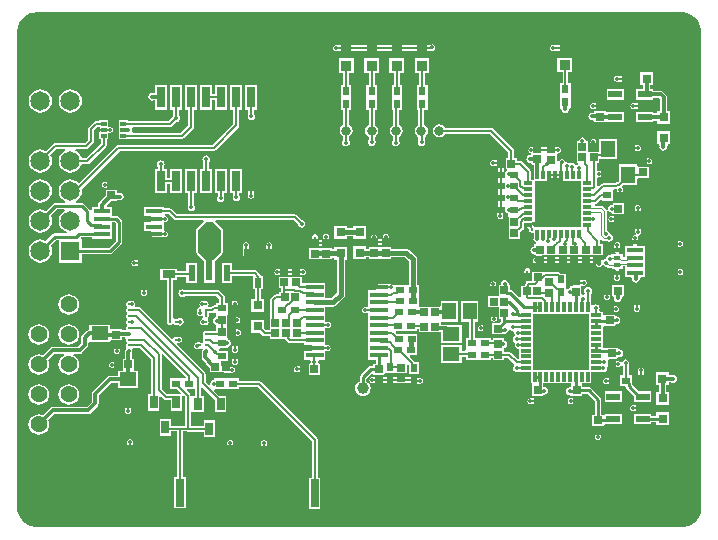
<source format=gtl>
G04*
G04 #@! TF.GenerationSoftware,Altium Limited,Altium Designer,19.1.7 (138)*
G04*
G04 Layer_Physical_Order=1*
G04 Layer_Color=255*
%FSLAX44Y44*%
%MOMM*%
G71*
G01*
G75*
%ADD11C,0.2500*%
%ADD12C,0.2000*%
%ADD14C,0.8000*%
%ADD15R,0.4750X0.3000*%
%ADD16R,1.1000X0.6500*%
%ADD17R,1.1500X0.6000*%
%ADD18R,0.6000X0.8500*%
%ADD19R,0.6000X1.4000*%
%ADD20R,0.6000X1.8000*%
%ADD21R,1.4000X0.4500*%
%ADD22R,1.5200X0.4400*%
%ADD23C,1.0000*%
%ADD24R,0.7000X1.7750*%
%ADD25R,0.8000X0.8000*%
%ADD26R,0.8000X0.8000*%
%ADD27R,4.2500X4.2500*%
%ADD28R,0.8500X0.3000*%
%ADD29R,0.3000X0.8500*%
%ADD30R,0.7500X0.3000*%
%ADD31R,3.8500X3.8500*%
%ADD32R,0.3000X0.7500*%
%ADD33R,0.9500X0.9000*%
%ADD34R,1.2000X1.4500*%
%ADD35R,0.6000X0.3500*%
%ADD36R,1.4500X1.1500*%
%ADD37C,0.2000*%
%ADD38R,1.6000X4.9000*%
%ADD39R,0.7000X2.3500*%
%ADD40R,1.2000X1.4000*%
%ADD41R,1.3500X0.4000*%
%ADD42R,1.4000X1.6000*%
%ADD43R,1.9000X1.9000*%
%ADD44R,0.7000X0.6000*%
%ADD45R,0.6500X0.6400*%
%ADD46R,0.6400X0.6500*%
%ADD47R,0.6000X0.7000*%
%ADD48R,1.4500X1.2000*%
%ADD49R,0.6500X1.1000*%
%ADD91C,0.1500*%
%ADD92C,0.1200*%
%ADD93C,0.3000*%
%ADD94C,0.1700*%
%ADD95C,0.4000*%
%ADD96C,1.4250*%
%ADD97R,1.4250X1.4250*%
%ADD98C,1.6500*%
%ADD99R,1.6500X1.6500*%
%ADD100C,1.9500*%
%ADD101C,0.3500*%
G36*
X560008Y433808D02*
X560117Y433801D01*
X560227Y433789D01*
X560335Y433772D01*
X560389Y433760D01*
X562025Y433766D01*
X565239Y433145D01*
X568271Y431914D01*
X571008Y430120D01*
X573346Y427829D01*
X575197Y425130D01*
X576491Y422124D01*
X577179Y418924D01*
X577206Y417288D01*
X577206Y417288D01*
X577206Y417284D01*
X577206Y417275D01*
X577207Y417258D01*
X577206Y15023D01*
X577207Y14989D01*
X577208Y14922D01*
X577208Y14855D01*
X577209Y14787D01*
Y13121D01*
X576579Y9918D01*
X575342Y6896D01*
X573545Y4170D01*
X571256Y1842D01*
X568561Y-0D01*
X565561Y-1288D01*
X562369Y-1972D01*
X560685Y-2001D01*
X560583Y-1997D01*
X560480Y-1988D01*
X560378Y-1974D01*
X560328Y-1965D01*
X560281Y-1973D01*
X560188Y-1987D01*
X560094Y-1996D01*
X560000Y-2000D01*
X16257Y-2000D01*
X14987Y-2000D01*
X13319Y-2026D01*
X10076Y-1435D01*
X7010Y-223D01*
X4239Y1564D01*
X1869Y3856D01*
X-9Y6565D01*
X-1322Y9589D01*
X-2022Y12811D01*
X-2051Y14459D01*
X-2051Y15707D01*
X-2051Y416740D01*
X-2051Y416740D01*
X-2051Y416740D01*
X-2077Y418359D01*
X-1507Y421547D01*
X-337Y424566D01*
X1390Y427306D01*
X3609Y429665D01*
X6239Y431555D01*
X9182Y432907D01*
X12329Y433670D01*
X13947Y433743D01*
X14009Y433759D01*
X14134Y433783D01*
X14261Y433800D01*
X14389Y433808D01*
X560008Y433808D01*
D02*
G37*
%LPC*%
G36*
X461500Y406549D02*
X452006D01*
X451031Y406355D01*
X450204Y405802D01*
X450064Y405662D01*
X449511Y404836D01*
X449317Y403860D01*
X449511Y402884D01*
X450064Y402058D01*
X450891Y401505D01*
X451866Y401311D01*
X452570Y401451D01*
X461500D01*
X462475Y401645D01*
X463302Y402198D01*
X463855Y403025D01*
X464049Y404000D01*
X463855Y404975D01*
X463302Y405802D01*
X462475Y406355D01*
X461500Y406549D01*
D02*
G37*
G36*
X349504Y406663D02*
X348529Y406469D01*
X348310Y406323D01*
X348190Y406299D01*
X267860D01*
X266885Y406105D01*
X266058Y405552D01*
X265914Y405408D01*
X265361Y404581D01*
X265167Y403606D01*
X265361Y402631D01*
X265914Y401804D01*
X266740Y401251D01*
X267716Y401057D01*
X268440Y401201D01*
X348500D01*
X348887Y401278D01*
X349217D01*
X350192Y401472D01*
X351019Y402025D01*
X351306Y402312D01*
X351859Y403139D01*
X352053Y404114D01*
X351859Y405089D01*
X351306Y405916D01*
X350480Y406469D01*
X349504Y406663D01*
D02*
G37*
G36*
X513476Y380334D02*
X506055D01*
X505079Y380140D01*
X504252Y379587D01*
X504166Y379500D01*
X503613Y378674D01*
X503419Y377698D01*
X503613Y376722D01*
X504166Y375896D01*
X504992Y375343D01*
X505968Y375149D01*
X506404Y375236D01*
X513476D01*
X514452Y375430D01*
X515279Y375982D01*
X515831Y376809D01*
X516025Y377785D01*
X515831Y378760D01*
X515279Y379587D01*
X514452Y380140D01*
X513476Y380334D01*
D02*
G37*
G36*
X124900Y372255D02*
X114900D01*
Y365517D01*
X113540D01*
X113536Y365519D01*
X112268Y365772D01*
X111000Y365519D01*
X109925Y364801D01*
X109207Y363726D01*
X108954Y362458D01*
X109207Y361190D01*
X109925Y360115D01*
X111000Y359397D01*
X112268Y359144D01*
X113536Y359397D01*
X113540Y359399D01*
X114900D01*
Y351505D01*
X124900D01*
Y372255D01*
D02*
G37*
G36*
X175700D02*
X165700D01*
Y364429D01*
X163000D01*
Y372255D01*
X153000D01*
Y351505D01*
X163000D01*
Y359331D01*
X165700D01*
Y351505D01*
X175700D01*
Y372255D01*
D02*
G37*
G36*
X511476Y368784D02*
X496976D01*
Y359784D01*
X511476D01*
Y368784D01*
D02*
G37*
G36*
X529226Y357333D02*
X519884D01*
X518909Y357139D01*
X518082Y356586D01*
X517882Y356386D01*
X517329Y355560D01*
X517135Y354584D01*
X517329Y353609D01*
X517882Y352782D01*
X518708Y352229D01*
X519684Y352035D01*
X520659Y352229D01*
X520668Y352235D01*
X529226D01*
X530201Y352429D01*
X531028Y352982D01*
X531581Y353809D01*
X531775Y354784D01*
X531581Y355759D01*
X531028Y356586D01*
X530201Y357139D01*
X529226Y357333D01*
D02*
G37*
G36*
X491476Y357083D02*
X490501Y356889D01*
X490486Y356879D01*
X485394D01*
X484419Y356685D01*
X483592Y356132D01*
X483039Y355305D01*
X482845Y354330D01*
X483039Y353355D01*
X483592Y352528D01*
X484419Y351975D01*
X485394Y351781D01*
X491272D01*
X492248Y351975D01*
X493074Y352528D01*
X493278Y352732D01*
X493831Y353559D01*
X494025Y354534D01*
X493831Y355509D01*
X493278Y356336D01*
X492452Y356889D01*
X491476Y357083D01*
D02*
G37*
G36*
X43000Y368584D02*
X40455Y368249D01*
X38083Y367267D01*
X36046Y365704D01*
X34483Y363667D01*
X33501Y361295D01*
X33166Y358750D01*
X33501Y356205D01*
X34483Y353833D01*
X36046Y351796D01*
X38083Y350233D01*
X40455Y349251D01*
X43000Y348916D01*
X45545Y349251D01*
X47917Y350233D01*
X49954Y351796D01*
X51517Y353833D01*
X52499Y356205D01*
X52834Y358750D01*
X52499Y361295D01*
X51517Y363667D01*
X49954Y365704D01*
X47917Y367267D01*
X45545Y368249D01*
X43000Y368584D01*
D02*
G37*
G36*
X17600D02*
X15055Y368249D01*
X12683Y367267D01*
X10646Y365704D01*
X9083Y363667D01*
X8101Y361295D01*
X7766Y358750D01*
X8101Y356205D01*
X9083Y353833D01*
X10646Y351796D01*
X12683Y350233D01*
X15055Y349251D01*
X17600Y348916D01*
X20145Y349251D01*
X22517Y350233D01*
X24554Y351796D01*
X26117Y353833D01*
X27099Y356205D01*
X27434Y358750D01*
X27099Y361295D01*
X26117Y363667D01*
X24554Y365704D01*
X22517Y367267D01*
X20145Y368249D01*
X17600Y368584D01*
D02*
G37*
G36*
X496176Y350284D02*
Y350284D01*
X486776D01*
Y349828D01*
X486702Y349701D01*
X485506Y348884D01*
X484886Y349008D01*
X483618Y348755D01*
X482543Y348037D01*
X481825Y346962D01*
X481572Y345694D01*
X481825Y344426D01*
X482543Y343351D01*
X483618Y342633D01*
X484886Y342380D01*
X485506Y342504D01*
X486702Y341687D01*
X486776Y341560D01*
Y340784D01*
X496176D01*
Y340784D01*
X496976D01*
Y340784D01*
X511476D01*
Y349784D01*
X496976D01*
X496176Y350284D01*
D02*
G37*
G36*
X467750Y395000D02*
X455250D01*
Y383000D01*
X459706D01*
Y374000D01*
X457500D01*
Y364270D01*
X457500Y364000D01*
Y363000D01*
X457500Y362730D01*
Y353000D01*
X457928D01*
X458712Y352044D01*
X458965Y350776D01*
X459683Y349701D01*
X460758Y348983D01*
X462026Y348730D01*
X463294Y348983D01*
X464369Y349701D01*
X465087Y350776D01*
X465340Y352044D01*
X466124Y353000D01*
X466500D01*
Y362730D01*
X466500Y363000D01*
Y364000D01*
X466500Y364270D01*
Y374000D01*
X464294D01*
Y383000D01*
X467750D01*
Y395000D01*
D02*
G37*
G36*
X536476Y383285D02*
X525476D01*
Y372285D01*
X527918D01*
Y368784D01*
X521976D01*
Y359784D01*
X536476D01*
Y361225D01*
X541483D01*
X542167Y360542D01*
Y350535D01*
X539725D01*
Y348218D01*
X536476D01*
Y349784D01*
X521976D01*
Y340784D01*
X536476D01*
Y342100D01*
X539725D01*
Y339534D01*
X550725D01*
Y350535D01*
X548284D01*
Y361809D01*
X548284Y361809D01*
X548051Y362979D01*
X547388Y363971D01*
X547388Y363972D01*
X544913Y366447D01*
X543921Y367110D01*
X542750Y367343D01*
X542750Y367343D01*
X536476D01*
Y368784D01*
X534035D01*
Y372285D01*
X536476D01*
Y383285D01*
D02*
G37*
G36*
X201100Y372255D02*
X191100D01*
Y351505D01*
X193793D01*
Y347729D01*
X193281Y346962D01*
X193028Y345694D01*
X193281Y344426D01*
X193999Y343351D01*
X195074Y342633D01*
X196342Y342380D01*
X197610Y342633D01*
X198685Y343351D01*
X199403Y344426D01*
X199656Y345694D01*
X199403Y346962D01*
X198891Y347729D01*
Y351505D01*
X201100D01*
Y372255D01*
D02*
G37*
G36*
X150300D02*
X140300D01*
Y351505D01*
X142751D01*
Y338126D01*
X136692Y332067D01*
X96000D01*
X95286Y333214D01*
X95281Y333337D01*
X95516Y334518D01*
X95281Y335699D01*
X95286Y335822D01*
X96000Y336969D01*
X127682D01*
X128658Y337163D01*
X129484Y337716D01*
X132963Y341195D01*
X133868Y341375D01*
X134943Y342093D01*
X135661Y343168D01*
X135914Y344436D01*
X135661Y345704D01*
X135149Y346471D01*
Y351505D01*
X137600D01*
Y372255D01*
X127600D01*
Y351505D01*
X130051D01*
Y346471D01*
X129539Y345704D01*
X129359Y344799D01*
X126626Y342067D01*
X91757D01*
Y342518D01*
X84007D01*
Y336518D01*
Y326518D01*
X91757D01*
Y326969D01*
X137748D01*
X138723Y327163D01*
X139550Y327716D01*
X147102Y335268D01*
X147655Y336095D01*
X147849Y337070D01*
Y351505D01*
X150300D01*
Y372255D01*
D02*
G37*
G36*
X304250Y394750D02*
X291750D01*
Y382750D01*
X295451D01*
Y372500D01*
X293500D01*
Y362770D01*
X293500Y362500D01*
Y361500D01*
X293500Y361230D01*
Y351500D01*
X295451D01*
Y338412D01*
X294035Y337465D01*
X292819Y335646D01*
X292392Y333500D01*
X292819Y331354D01*
X294035Y329535D01*
X295549Y328523D01*
Y325992D01*
X295135Y325372D01*
X294882Y324104D01*
X295135Y322836D01*
X295853Y321761D01*
X296928Y321043D01*
X298196Y320790D01*
X299464Y321043D01*
X300539Y321761D01*
X301257Y322836D01*
X301510Y324104D01*
X301257Y325372D01*
X300647Y326286D01*
Y328654D01*
X301965Y329535D01*
X303181Y331354D01*
X303608Y333500D01*
X303181Y335646D01*
X301965Y337465D01*
X300549Y338412D01*
Y351500D01*
X302500D01*
Y361230D01*
X302500Y361500D01*
Y362500D01*
X302500Y362770D01*
Y372500D01*
X300549D01*
Y382750D01*
X304250D01*
Y394750D01*
D02*
G37*
G36*
X347000D02*
X334500D01*
Y382750D01*
X338451D01*
Y372500D01*
X336500D01*
Y362770D01*
X336500Y362500D01*
Y361500D01*
X336500Y361230D01*
Y351500D01*
X337701D01*
Y338412D01*
X336285Y337465D01*
X335069Y335646D01*
X334642Y333500D01*
X335069Y331354D01*
X336285Y329535D01*
X337756Y328552D01*
Y325803D01*
X337299Y325118D01*
X337046Y323850D01*
X337299Y322582D01*
X338017Y321507D01*
X339092Y320789D01*
X340360Y320536D01*
X341628Y320789D01*
X342703Y321507D01*
X343421Y322582D01*
X343674Y323850D01*
X343421Y325118D01*
X342854Y325967D01*
Y328625D01*
X344215Y329535D01*
X345431Y331354D01*
X345858Y333500D01*
X345431Y335646D01*
X344215Y337465D01*
X342799Y338412D01*
Y351500D01*
X345500D01*
Y361230D01*
X345500Y361500D01*
Y362500D01*
X345500Y362770D01*
Y372500D01*
X343549D01*
Y382750D01*
X347000D01*
Y394750D01*
D02*
G37*
G36*
X325500D02*
X313000D01*
Y382750D01*
X316951D01*
Y372500D01*
X315000D01*
Y362770D01*
X315000Y362500D01*
Y361500D01*
X315000Y361230D01*
Y351500D01*
X316451D01*
Y338412D01*
X315035Y337465D01*
X313819Y335646D01*
X313392Y333500D01*
X313819Y331354D01*
X315035Y329535D01*
X316209Y328750D01*
Y325963D01*
X316173Y325939D01*
X315455Y324864D01*
X315202Y323596D01*
X315455Y322328D01*
X316173Y321253D01*
X317248Y320535D01*
X318516Y320282D01*
X319784Y320535D01*
X320859Y321253D01*
X321577Y322328D01*
X321830Y323596D01*
X321577Y324864D01*
X321307Y325269D01*
Y328427D01*
X322965Y329535D01*
X324181Y331354D01*
X324608Y333500D01*
X324181Y335646D01*
X322965Y337465D01*
X321549Y338412D01*
Y351500D01*
X324000D01*
Y361230D01*
X324000Y361500D01*
Y362500D01*
X324000Y362770D01*
Y372500D01*
X322049D01*
Y382750D01*
X325500D01*
Y394750D01*
D02*
G37*
G36*
X282750D02*
X270250D01*
Y382750D01*
X273701D01*
Y372250D01*
X271750D01*
Y362520D01*
X271750Y362250D01*
Y361250D01*
X271750Y360980D01*
Y351250D01*
X273951D01*
Y338662D01*
X272535Y337715D01*
X271319Y335896D01*
X270892Y333750D01*
X271319Y331604D01*
X272535Y329785D01*
X273877Y328888D01*
Y325742D01*
X273291Y324864D01*
X273038Y323596D01*
X273291Y322328D01*
X274009Y321253D01*
X275084Y320535D01*
X276352Y320282D01*
X277620Y320535D01*
X278695Y321253D01*
X279413Y322328D01*
X279666Y323596D01*
X279413Y324864D01*
X278975Y325520D01*
Y328789D01*
X280465Y329785D01*
X281681Y331604D01*
X282108Y333750D01*
X281681Y335896D01*
X280465Y337715D01*
X279049Y338662D01*
Y351250D01*
X280750D01*
Y360980D01*
X280750Y361250D01*
Y362250D01*
X280750Y362520D01*
Y372250D01*
X278799D01*
Y382750D01*
X282750D01*
Y394750D01*
D02*
G37*
G36*
X485902Y326653D02*
X484927Y326459D01*
X484100Y325906D01*
X483547Y325079D01*
X483353Y324104D01*
Y320348D01*
X483547Y319373D01*
X484100Y318546D01*
X484448Y318198D01*
X485275Y317645D01*
X486250Y317451D01*
X487225Y317645D01*
X488052Y318198D01*
X488605Y319025D01*
X488799Y320000D01*
X488605Y320975D01*
X488451Y321206D01*
Y324104D01*
X488257Y325079D01*
X487704Y325906D01*
X486877Y326459D01*
X485902Y326653D01*
D02*
G37*
G36*
X550725Y333035D02*
X539725D01*
Y322034D01*
X540995D01*
X541182Y321902D01*
X541914Y320765D01*
X541770Y320040D01*
X542023Y318772D01*
X542741Y317697D01*
X543816Y316979D01*
X545084Y316726D01*
X546352Y316979D01*
X547427Y317697D01*
X548145Y318772D01*
X548398Y320040D01*
X548254Y320765D01*
X548986Y321902D01*
X549173Y322034D01*
X550725D01*
Y333035D01*
D02*
G37*
G36*
X523748Y321319D02*
X515520D01*
X514544Y321125D01*
X513718Y320572D01*
X513448Y320302D01*
X512895Y319475D01*
X512701Y318500D01*
X512895Y317525D01*
X513448Y316698D01*
X514274Y316145D01*
X515250Y315951D01*
X516226Y316145D01*
X516339Y316221D01*
X523748D01*
X524723Y316415D01*
X525550Y316968D01*
X526103Y317795D01*
X526297Y318770D01*
X526103Y319745D01*
X525550Y320572D01*
X524723Y321125D01*
X523748Y321319D01*
D02*
G37*
G36*
X533146Y310143D02*
X528094D01*
X527119Y309949D01*
X526292Y309396D01*
X526198Y309302D01*
X525645Y308475D01*
X525451Y307500D01*
X525645Y306525D01*
X526198Y305698D01*
X527024Y305145D01*
X528000Y304951D01*
X528473Y305045D01*
X533146D01*
X534121Y305239D01*
X534948Y305792D01*
X535501Y306619D01*
X535695Y307594D01*
X535501Y308569D01*
X534948Y309396D01*
X534121Y309949D01*
X533146Y310143D01*
D02*
G37*
G36*
X355500Y339108D02*
X353354Y338681D01*
X351535Y337465D01*
X350319Y335646D01*
X349892Y333500D01*
X350319Y331354D01*
X351535Y329535D01*
X353354Y328319D01*
X355500Y327892D01*
X357646Y328319D01*
X359465Y329535D01*
X360412Y330951D01*
X398488D01*
X413685Y315754D01*
Y310516D01*
X411484D01*
Y301116D01*
X412028D01*
X412340Y301086D01*
X412442Y300814D01*
X412540Y299846D01*
X411677Y299269D01*
X411069Y298359D01*
X410419Y298369D01*
X409799Y298570D01*
Y305800D01*
X409605Y306775D01*
X409052Y307602D01*
X409036Y307618D01*
X408782Y307872D01*
X407956Y308425D01*
X406980Y308619D01*
X401066D01*
X400091Y308425D01*
X399264Y307872D01*
X398711Y307045D01*
X398517Y306070D01*
X398711Y305095D01*
X399264Y304268D01*
X400091Y303715D01*
X401066Y303521D01*
X404701D01*
Y296500D01*
Y286750D01*
Y277000D01*
Y266604D01*
X404613Y266162D01*
Y261112D01*
X404807Y260137D01*
X405360Y259310D01*
X406187Y258757D01*
X407162Y258563D01*
X408137Y258757D01*
X408964Y259310D01*
X409517Y260137D01*
X409711Y261112D01*
Y265194D01*
X410959Y265432D01*
X411677Y264357D01*
X412752Y263639D01*
X413250Y263540D01*
Y261750D01*
X413398D01*
X414050Y260750D01*
Y251250D01*
Y242250D01*
X423450D01*
Y247793D01*
X423961Y247895D01*
X424788Y248448D01*
X426277Y249937D01*
X426830Y250764D01*
X427024Y251740D01*
Y253408D01*
X428294Y253533D01*
X428395Y253025D01*
X428948Y252198D01*
X431029Y250116D01*
Y249936D01*
X431223Y248961D01*
X431776Y248134D01*
X432603Y247581D01*
X433578Y247387D01*
X433980Y247467D01*
X435250Y246635D01*
Y242865D01*
X435090Y242062D01*
X435250Y241250D01*
X435252D01*
X435343Y240794D01*
X436061Y239719D01*
X437136Y239001D01*
X436913Y237750D01*
X435800D01*
Y235711D01*
X434596Y235471D01*
X433521Y234753D01*
X432803Y233678D01*
X432550Y232410D01*
X432803Y231142D01*
X433521Y230067D01*
X434596Y229349D01*
X435800Y229109D01*
Y228250D01*
X437015D01*
X437539Y226980D01*
X437006Y226297D01*
X436159Y226129D01*
X435332Y225576D01*
X434779Y224749D01*
X434585Y223774D01*
X434779Y222799D01*
X435332Y221972D01*
X436159Y221419D01*
X437134Y221225D01*
X438274D01*
X439249Y221419D01*
X439573Y221635D01*
X440500Y221451D01*
X487925D01*
Y220472D01*
X488119Y219497D01*
X488672Y218670D01*
X489499Y218117D01*
X490474Y217923D01*
X491449Y218117D01*
X492276Y218670D01*
X492770Y219409D01*
X493296Y219543D01*
X494150Y219629D01*
X494171Y219597D01*
X495247Y218879D01*
X496515Y218627D01*
X496952Y218714D01*
X497630Y218036D01*
X498325Y217572D01*
X499145Y217409D01*
X501500D01*
Y216300D01*
X504228D01*
X504613Y215030D01*
X504198Y214752D01*
X504166Y214720D01*
X503613Y213894D01*
X503419Y212918D01*
Y208788D01*
X503613Y207813D01*
X504166Y206986D01*
X504993Y206433D01*
X505968Y206239D01*
X506943Y206433D01*
X507770Y206986D01*
X508323Y207813D01*
X508517Y208788D01*
Y212789D01*
X508549Y212950D01*
X508355Y213925D01*
X507802Y214752D01*
X507387Y215030D01*
X507772Y216300D01*
X510500D01*
Y217793D01*
X510600Y219009D01*
X512950D01*
Y209500D01*
X517644D01*
X518450Y208518D01*
X518402Y208280D01*
X518655Y207012D01*
X519373Y205937D01*
X520448Y205219D01*
X521716Y204966D01*
X522984Y205219D01*
X524059Y205937D01*
X524777Y207012D01*
X525030Y208280D01*
X524982Y208518D01*
X525788Y209500D01*
X529450D01*
Y216000D01*
Y222500D01*
Y229000D01*
Y236000D01*
X523496D01*
X523100Y236962D01*
X523075Y237270D01*
X523264Y237460D01*
X523817Y238287D01*
X524011Y239262D01*
Y242824D01*
X523817Y243799D01*
X523597Y244129D01*
X523624Y244346D01*
X524162Y245438D01*
X524723Y245549D01*
X525550Y246102D01*
X526103Y246929D01*
X526297Y247904D01*
Y257702D01*
X526103Y258678D01*
X525789Y259147D01*
Y268224D01*
X525595Y269199D01*
X525042Y270026D01*
X524215Y270579D01*
X523240Y270773D01*
X522265Y270579D01*
X521438Y270026D01*
X520885Y269199D01*
X520691Y268224D01*
Y258210D01*
X520885Y257235D01*
X521199Y256765D01*
Y247904D01*
X521393Y246929D01*
X521613Y246599D01*
X521586Y246382D01*
X521048Y245291D01*
X520487Y245179D01*
X519660Y244626D01*
X519107Y243799D01*
X518913Y242824D01*
Y240077D01*
X518845Y239975D01*
X518651Y239000D01*
X518845Y238025D01*
X519349Y237270D01*
X519265Y236876D01*
X518904Y236000D01*
X512950D01*
Y227218D01*
X511925Y226491D01*
X510500D01*
Y229200D01*
X507772D01*
X507387Y230470D01*
X507802Y230748D01*
X508024Y230970D01*
X508577Y231796D01*
X508771Y232772D01*
Y236728D01*
X508577Y237703D01*
X508024Y238530D01*
X507197Y239083D01*
X506222Y239277D01*
X505247Y239083D01*
X504420Y238530D01*
X503867Y237703D01*
X503673Y236728D01*
Y233567D01*
X503645Y233526D01*
X503451Y232550D01*
X503645Y231574D01*
X504198Y230748D01*
X504613Y230470D01*
X504228Y229200D01*
X501500D01*
Y229200D01*
X500230Y228330D01*
X499697Y228436D01*
X498428Y228184D01*
X497354Y227466D01*
X496635Y226391D01*
X496405Y225232D01*
X495247Y225002D01*
X494171Y224284D01*
X494101Y224179D01*
X493631Y224137D01*
X492664Y224313D01*
X492276Y224892D01*
X491085Y226084D01*
X491084Y226084D01*
X490257Y226637D01*
X489282Y226831D01*
X488307Y226637D01*
X488175Y226549D01*
X442201D01*
X441844Y226980D01*
X442441Y228250D01*
X445200Y228250D01*
X446470Y228250D01*
X453780D01*
X454700Y228250D01*
Y228250D01*
X455050D01*
Y228250D01*
X463530D01*
X464450Y228250D01*
Y228250D01*
X464800D01*
Y228250D01*
X474200D01*
Y228250D01*
X474550D01*
Y228250D01*
X483950D01*
Y228250D01*
X484300D01*
Y228250D01*
X493700D01*
Y237750D01*
X491549D01*
Y240488D01*
X491515Y240658D01*
X492686Y241284D01*
X493080Y240889D01*
X493775Y240425D01*
X494594Y240262D01*
X497725D01*
X498103Y240010D01*
X499371Y239757D01*
X500639Y240010D01*
X501714Y240728D01*
X502432Y241803D01*
X502685Y243071D01*
X502432Y244339D01*
X501714Y245414D01*
X500639Y246132D01*
X499481Y246363D01*
X499250Y247521D01*
X498532Y248596D01*
X497457Y249314D01*
X497339Y249338D01*
Y265522D01*
X497360Y265528D01*
D01*
X497572Y265583D01*
Y265583D01*
X497572Y265583D01*
X497572Y265583D01*
X498748Y265575D01*
X499053Y265119D01*
X500128Y264401D01*
X501396Y264148D01*
X502300Y263406D01*
Y262750D01*
X511700D01*
Y272250D01*
X502300D01*
Y271518D01*
X501396Y270776D01*
X500128Y270523D01*
X499053Y269805D01*
X498335Y268730D01*
X498093Y267515D01*
X497169Y266790D01*
X496954Y266701D01*
X496712Y267037D01*
X496172Y267577D01*
X494134Y269614D01*
X493440Y270078D01*
X492621Y270241D01*
X487557D01*
X486949Y271511D01*
X487106Y271706D01*
X487984Y271881D01*
X488728Y272378D01*
X491577Y275226D01*
X492750Y274740D01*
Y274500D01*
X502750D01*
Y283500D01*
X503470Y284472D01*
X504698D01*
X504819Y284496D01*
X505447Y284068D01*
X505959Y283491D01*
Y279242D01*
X506153Y278267D01*
X506706Y277440D01*
X506948Y277198D01*
X507775Y276645D01*
X508750Y276451D01*
X509725Y276645D01*
X510552Y277198D01*
X511105Y278025D01*
X511299Y279000D01*
X511105Y279975D01*
X511057Y280047D01*
Y283718D01*
X510863Y284693D01*
X510310Y285520D01*
X510140Y287084D01*
X511001Y288000D01*
X522750D01*
Y292708D01*
X523300Y293750D01*
X532700D01*
Y303250D01*
X523300D01*
X522750Y304292D01*
Y305000D01*
X507750D01*
Y291244D01*
X506518Y290012D01*
X505650D01*
X505650Y290012D01*
X504772Y289837D01*
X504028Y289340D01*
X503748Y289060D01*
X494284D01*
X493406Y288885D01*
X492662Y288388D01*
X490314Y286040D01*
X489044Y286566D01*
Y293464D01*
X490050Y294353D01*
X490265Y294419D01*
X490474Y294377D01*
X496927D01*
X497275Y294145D01*
X498250Y293951D01*
X499225Y294145D01*
X500052Y294698D01*
X500605Y295525D01*
X500799Y296500D01*
X500605Y297475D01*
X500052Y298302D01*
X499626Y298728D01*
X498799Y299281D01*
X497824Y299475D01*
X490474D01*
X489974Y299375D01*
X488704Y300161D01*
Y306250D01*
X490950D01*
Y310000D01*
X505750D01*
Y327000D01*
X490750D01*
Y315750D01*
X481550D01*
X481200Y316875D01*
Y324750D01*
X479790D01*
X479565Y325880D01*
X478847Y326955D01*
X477772Y327673D01*
X476504Y327926D01*
X475236Y327673D01*
X474161Y326955D01*
X473443Y325880D01*
X473218Y324750D01*
X471800D01*
Y315250D01*
Y306250D01*
X472735D01*
X472907Y306179D01*
X473026Y304980D01*
X472681Y304911D01*
X472188Y304813D01*
X471320Y304233D01*
X471183Y304290D01*
X470465Y305365D01*
X469390Y306083D01*
X468122Y306336D01*
X466854Y306083D01*
X465917Y305457D01*
X465639Y305873D01*
X464564Y306591D01*
X463296Y306844D01*
X462752Y306735D01*
X462535Y306798D01*
X461467Y307569D01*
X461412Y307665D01*
X461333Y308062D01*
X460780Y308888D01*
X459953Y309441D01*
X458978Y309635D01*
X458003Y309441D01*
X457176Y308888D01*
X456448Y308160D01*
X456220Y307820D01*
X454950Y308205D01*
Y313427D01*
X454950Y313750D01*
X455730Y314697D01*
X455930D01*
X456905Y314891D01*
X457732Y315444D01*
X458285Y316271D01*
X458479Y317246D01*
X458285Y318221D01*
X457732Y319048D01*
X456905Y319601D01*
X455930Y319795D01*
X452060D01*
X452052Y319802D01*
X451226Y320355D01*
X450250Y320549D01*
X449274Y320355D01*
X448817Y320049D01*
X433324D01*
X432349Y319855D01*
X431522Y319302D01*
X430969Y318475D01*
X430775Y317500D01*
X430969Y316525D01*
X431522Y315698D01*
X432349Y315145D01*
X432956Y315024D01*
X433491Y314102D01*
X433550Y313800D01*
X433550Y313694D01*
X432568Y312888D01*
X432308Y312940D01*
X431040Y312687D01*
X429965Y311969D01*
X429247Y310894D01*
X428994Y309626D01*
X429247Y308358D01*
X429965Y307283D01*
X431040Y306565D01*
X432308Y306312D01*
X432568Y306364D01*
X433550Y305558D01*
Y304500D01*
X435191D01*
Y296500D01*
X435250Y296204D01*
Y292000D01*
X433299D01*
Y298484D01*
X433105Y299459D01*
X432552Y300286D01*
X425220Y307618D01*
X424394Y308171D01*
X423418Y308365D01*
X420984D01*
Y310516D01*
X418783D01*
Y316810D01*
X418589Y317785D01*
X418036Y318612D01*
X401346Y335302D01*
X400519Y335855D01*
X399544Y336049D01*
X360412D01*
X359465Y337465D01*
X357646Y338681D01*
X355500Y339108D01*
D02*
G37*
G36*
X74997Y342518D02*
X67247D01*
Y342067D01*
X64690D01*
X63715Y341873D01*
X62888Y341320D01*
X58650Y337082D01*
X58097Y336255D01*
X57903Y335280D01*
Y325922D01*
X55078Y323097D01*
X30198D01*
X29223Y322903D01*
X28396Y322350D01*
X22513Y316468D01*
X20145Y317449D01*
X17600Y317784D01*
X15055Y317449D01*
X12683Y316467D01*
X10646Y314904D01*
X9083Y312867D01*
X8101Y310495D01*
X7766Y307950D01*
X8101Y305405D01*
X9083Y303033D01*
X10646Y300996D01*
X12683Y299433D01*
X15055Y298451D01*
X17600Y298116D01*
X20145Y298451D01*
X22517Y299433D01*
X24554Y300996D01*
X26117Y303033D01*
X27099Y305405D01*
X27434Y307950D01*
X27099Y310495D01*
X26118Y312863D01*
X31254Y317999D01*
X38464D01*
X38716Y316729D01*
X38083Y316467D01*
X36046Y314904D01*
X34483Y312867D01*
X33501Y310495D01*
X33166Y307950D01*
X33501Y305405D01*
X34483Y303033D01*
X36046Y300996D01*
X38083Y299433D01*
X40455Y298451D01*
X43000Y298116D01*
X45545Y298451D01*
X47917Y299433D01*
X49954Y300996D01*
X51517Y303033D01*
X52498Y305401D01*
X57467D01*
X58443Y305595D01*
X59269Y306148D01*
X72924Y319803D01*
X73477Y320630D01*
X73671Y321605D01*
Y326518D01*
X74997D01*
Y331969D01*
X76454D01*
X77429Y332163D01*
X78256Y332716D01*
X78809Y333543D01*
X79003Y334518D01*
X78809Y335493D01*
X78256Y336320D01*
X77429Y336873D01*
X76454Y337067D01*
X74997D01*
Y342518D01*
D02*
G37*
G36*
X188400Y372255D02*
X178400D01*
Y351505D01*
X180851D01*
Y339142D01*
X163536Y321827D01*
X83652D01*
X82676Y321633D01*
X81849Y321080D01*
X50253Y289484D01*
X49954Y289504D01*
X47917Y291067D01*
X45545Y292049D01*
X43000Y292384D01*
X40455Y292049D01*
X38083Y291067D01*
X36046Y289504D01*
X34483Y287467D01*
X33501Y285095D01*
X33166Y282550D01*
X33501Y280005D01*
X34483Y277633D01*
X36046Y275596D01*
X38083Y274033D01*
X38594Y273822D01*
X38341Y272552D01*
X30226D01*
X29153Y272338D01*
X28243Y271731D01*
X22278Y265765D01*
X20145Y266649D01*
X17600Y266984D01*
X15055Y266649D01*
X12683Y265667D01*
X10646Y264104D01*
X9083Y262067D01*
X8101Y259695D01*
X7766Y257150D01*
X8101Y254605D01*
X9083Y252233D01*
X10646Y250196D01*
X12683Y248633D01*
X15055Y247651D01*
X17600Y247316D01*
X20145Y247651D01*
X22517Y248633D01*
X24554Y250196D01*
X26117Y252233D01*
X27099Y254605D01*
X27434Y257150D01*
X27099Y259695D01*
X26232Y261789D01*
X31387Y266944D01*
X37848D01*
X38101Y265674D01*
X38083Y265667D01*
X36046Y264104D01*
X34483Y262067D01*
X33501Y259695D01*
X33166Y257150D01*
X33501Y254605D01*
X34483Y252233D01*
X36046Y250196D01*
X38083Y248633D01*
X39820Y247914D01*
X39567Y246644D01*
X29690D01*
X28617Y246430D01*
X27707Y245823D01*
X22259Y240374D01*
X20145Y241249D01*
X17600Y241584D01*
X15055Y241249D01*
X12683Y240267D01*
X10646Y238704D01*
X9083Y236667D01*
X8101Y234295D01*
X7766Y231750D01*
X8101Y229205D01*
X9083Y226833D01*
X10646Y224796D01*
X12683Y223233D01*
X15055Y222251D01*
X17600Y221916D01*
X20145Y222251D01*
X22517Y223233D01*
X24554Y224796D01*
X26117Y226833D01*
X27099Y229205D01*
X27434Y231750D01*
X27099Y234295D01*
X26224Y236409D01*
X30851Y241036D01*
X33250D01*
Y222000D01*
X52750D01*
Y228946D01*
X76556D01*
X77629Y229160D01*
X78539Y229767D01*
X86057Y237285D01*
X86664Y238195D01*
X86878Y239268D01*
Y256540D01*
X86664Y257613D01*
X86057Y258523D01*
X83597Y260983D01*
X82687Y261590D01*
X81614Y261804D01*
X78000D01*
Y269250D01*
X74172D01*
X73646Y270520D01*
X77376Y274250D01*
X82450D01*
Y274373D01*
X82891Y274547D01*
X83720Y274784D01*
X84836Y274562D01*
X86104Y274815D01*
X87179Y275533D01*
X87897Y276608D01*
X88150Y277876D01*
X87897Y279144D01*
X87179Y280219D01*
X86104Y280937D01*
X84836Y281190D01*
X83720Y280968D01*
X82891Y281205D01*
X82450Y281380D01*
Y283750D01*
X73050D01*
Y278576D01*
X67433Y272959D01*
X66770Y271966D01*
X66537Y270796D01*
X66537Y270796D01*
Y269250D01*
X61000D01*
Y266680D01*
X59740Y266503D01*
X59133Y267413D01*
X54815Y271731D01*
X53905Y272338D01*
X52832Y272552D01*
X47659D01*
X47406Y273822D01*
X47917Y274033D01*
X49954Y275596D01*
X51517Y277633D01*
X52499Y280005D01*
X52834Y282550D01*
X52566Y284587D01*
X84707Y316729D01*
X164592D01*
X165567Y316923D01*
X166394Y317476D01*
X185202Y336284D01*
X185755Y337111D01*
X185949Y338086D01*
Y351505D01*
X188400D01*
Y372255D01*
D02*
G37*
G36*
X77714Y290585D02*
X72390D01*
X71415Y290391D01*
X70588Y289838D01*
X70035Y289011D01*
X69841Y288036D01*
X70035Y287061D01*
X70588Y286234D01*
X71415Y285681D01*
X72390Y285487D01*
X77569D01*
X77750Y285451D01*
X78725Y285645D01*
X79552Y286198D01*
X80105Y287024D01*
X80299Y288000D01*
X80105Y288975D01*
X79552Y289802D01*
X79516Y289838D01*
X78689Y290391D01*
X77714Y290585D01*
D02*
G37*
G36*
X157988Y312686D02*
X156720Y312433D01*
X155645Y311715D01*
X154927Y310640D01*
X154674Y309372D01*
X154927Y308104D01*
X155451Y307319D01*
Y301495D01*
X153000D01*
Y280745D01*
X163000D01*
Y301495D01*
X160549D01*
Y307355D01*
X161049Y308104D01*
X161302Y309372D01*
X161049Y310640D01*
X160331Y311715D01*
X159256Y312433D01*
X157988Y312686D01*
D02*
G37*
G36*
X119634Y308622D02*
X118366Y308369D01*
X117291Y307651D01*
X116573Y306576D01*
X116320Y305308D01*
X116573Y304040D01*
X117291Y302965D01*
X117351Y302925D01*
Y301495D01*
X114900D01*
Y280745D01*
X124900D01*
Y288571D01*
X127600D01*
Y280745D01*
X137600D01*
Y301495D01*
X127600D01*
Y293669D01*
X124900D01*
Y301495D01*
X122449D01*
Y303671D01*
X122695Y304040D01*
X122948Y305308D01*
X122695Y306576D01*
X121977Y307651D01*
X120902Y308369D01*
X119634Y308622D01*
D02*
G37*
G36*
X196100Y293669D02*
X195125Y293475D01*
X194298Y292922D01*
X193745Y292096D01*
X193551Y291120D01*
Y278698D01*
X193539Y278638D01*
X193733Y277663D01*
X194286Y276836D01*
X195112Y276283D01*
X196088Y276089D01*
X197064Y276283D01*
X197890Y276836D01*
X197902Y276848D01*
X198455Y277675D01*
X198649Y278650D01*
Y291120D01*
X198455Y292096D01*
X197902Y292922D01*
X197075Y293475D01*
X196100Y293669D01*
D02*
G37*
G36*
X188400Y301495D02*
X178400D01*
Y280745D01*
X181093D01*
Y279403D01*
X180581Y278636D01*
X180328Y277368D01*
X180581Y276100D01*
X181299Y275025D01*
X182374Y274307D01*
X183642Y274054D01*
X184910Y274307D01*
X185985Y275025D01*
X186703Y276100D01*
X186956Y277368D01*
X186703Y278636D01*
X186191Y279403D01*
Y280745D01*
X188400D01*
Y301495D01*
D02*
G37*
G36*
X175700D02*
X165700D01*
Y280745D01*
X167631D01*
Y278387D01*
X167119Y277620D01*
X166866Y276352D01*
X167119Y275084D01*
X167837Y274009D01*
X168912Y273291D01*
X170180Y273038D01*
X171448Y273291D01*
X172523Y274009D01*
X173241Y275084D01*
X173494Y276352D01*
X173241Y277620D01*
X172729Y278387D01*
Y280745D01*
X175700D01*
Y301495D01*
D02*
G37*
G36*
X17600Y292384D02*
X15055Y292049D01*
X12683Y291067D01*
X10646Y289504D01*
X9083Y287467D01*
X8101Y285095D01*
X7766Y282550D01*
X8101Y280005D01*
X9083Y277633D01*
X10646Y275596D01*
X12683Y274033D01*
X15055Y273051D01*
X17600Y272716D01*
X20145Y273051D01*
X22517Y274033D01*
X24554Y275596D01*
X26117Y277633D01*
X27099Y280005D01*
X27434Y282550D01*
X27099Y285095D01*
X26117Y287467D01*
X24554Y289504D01*
X22517Y291067D01*
X20145Y292049D01*
X17600Y292384D01*
D02*
G37*
G36*
X150300Y301495D02*
X140300D01*
Y280745D01*
X142993D01*
Y271021D01*
X142481Y270254D01*
X142228Y268986D01*
X142481Y267718D01*
X143199Y266643D01*
X144274Y265925D01*
X145542Y265672D01*
X146810Y265925D01*
X147885Y266643D01*
X148603Y267718D01*
X148856Y268986D01*
X148603Y270254D01*
X148091Y271021D01*
Y280745D01*
X150300D01*
Y301495D01*
D02*
G37*
G36*
X506674Y261375D02*
X501142D01*
X500167Y261181D01*
X499340Y260628D01*
X498787Y259801D01*
X498593Y258826D01*
X498787Y257851D01*
X499340Y257024D01*
X500167Y256471D01*
X501142Y256277D01*
X505827D01*
X506025Y256145D01*
X507000Y255951D01*
X507976Y256145D01*
X508802Y256698D01*
X509355Y257525D01*
X509549Y258500D01*
X509355Y259475D01*
X508802Y260302D01*
X508476Y260628D01*
X507649Y261181D01*
X506674Y261375D01*
D02*
G37*
G36*
X122000Y269250D02*
X105000D01*
Y261750D01*
X110849D01*
X111116Y261452D01*
X111482Y260480D01*
X111145Y259975D01*
X110951Y259000D01*
X111145Y258025D01*
X111482Y257520D01*
X111075Y256440D01*
X110920Y256250D01*
X105000D01*
Y248750D01*
X110920D01*
X111075Y248560D01*
X111482Y247480D01*
X111145Y246975D01*
X110951Y246000D01*
X111145Y245025D01*
X111698Y244198D01*
X111826Y244070D01*
X112653Y243517D01*
X113628Y243323D01*
X122936D01*
X123911Y243517D01*
X124738Y244070D01*
X125291Y244897D01*
X125485Y245872D01*
X125291Y246847D01*
X124738Y247674D01*
X123911Y248227D01*
X123119Y248385D01*
X122882Y248462D01*
X122000Y249132D01*
X122000Y249691D01*
X122000Y256250D01*
X123154Y256531D01*
X123190D01*
X124165Y256725D01*
X124992Y257278D01*
X125545Y258105D01*
X125739Y259080D01*
X125545Y260055D01*
X124992Y260882D01*
X124165Y261435D01*
X123218Y261623D01*
X123190Y261629D01*
X122986Y261686D01*
X122839Y263045D01*
X122898Y263104D01*
X126192D01*
X130640Y258656D01*
X131417Y258136D01*
X132334Y257954D01*
X155362D01*
X155888Y256684D01*
X150102Y250898D01*
X149626Y249750D01*
Y230750D01*
X150102Y229602D01*
X156250Y223454D01*
Y204750D01*
X165250D01*
Y223454D01*
X171398Y229602D01*
X171874Y230750D01*
Y249750D01*
X171398Y250898D01*
X165612Y256684D01*
X166138Y257954D01*
X232180D01*
X235465Y254669D01*
X235699Y253494D01*
X236417Y252419D01*
X237492Y251701D01*
X238760Y251448D01*
X240028Y251701D01*
X241103Y252419D01*
X241821Y253494D01*
X242074Y254762D01*
X241821Y256030D01*
X241103Y257105D01*
X240028Y257823D01*
X238853Y258057D01*
X234866Y262044D01*
X234089Y262564D01*
X233172Y262746D01*
X133327D01*
X128878Y267194D01*
X128101Y267714D01*
X127184Y267896D01*
X122000D01*
Y269250D01*
D02*
G37*
G36*
X293499Y253251D02*
X282499D01*
Y251194D01*
X277501D01*
Y252999D01*
X266501D01*
Y241999D01*
X277501D01*
Y244056D01*
X282499D01*
Y242251D01*
X293499D01*
Y253251D01*
D02*
G37*
G36*
X310000Y246549D02*
X309025Y246355D01*
X308198Y245802D01*
X307645Y244975D01*
X307451Y244000D01*
Y241549D01*
X302549D01*
Y243250D01*
X302355Y244225D01*
X301802Y245052D01*
X300975Y245605D01*
X300000Y245799D01*
X299025Y245605D01*
X298198Y245052D01*
X297645Y244225D01*
X297451Y243250D01*
Y239250D01*
X297645Y238274D01*
X298198Y237448D01*
X298448Y237198D01*
X299275Y236645D01*
X300250Y236451D01*
X310000D01*
X310975Y236645D01*
X311802Y237198D01*
X311802Y237198D01*
X312355Y238025D01*
X312549Y239000D01*
Y244000D01*
X312355Y244975D01*
X311802Y245802D01*
X310975Y246355D01*
X310000Y246549D01*
D02*
G37*
G36*
X259500D02*
X258525Y246355D01*
X257698Y245802D01*
X257145Y244975D01*
X256951Y244000D01*
Y241049D01*
X252549D01*
Y243750D01*
X252355Y244725D01*
X251802Y245552D01*
X250975Y246105D01*
X250000Y246299D01*
X249025Y246105D01*
X248198Y245552D01*
X247645Y244725D01*
X247451Y243750D01*
Y238500D01*
X247451Y238500D01*
X247645Y237525D01*
X248198Y236698D01*
X249025Y236145D01*
X250000Y235951D01*
X259500D01*
X260475Y236145D01*
X261302Y236698D01*
X261302D01*
X261855Y237525D01*
X262049Y238500D01*
Y244000D01*
X261855Y244975D01*
X261302Y245802D01*
X260475Y246355D01*
X259500Y246549D01*
D02*
G37*
G36*
X547950Y240549D02*
X546974Y240355D01*
X546148Y239802D01*
X545595Y238976D01*
X545401Y238000D01*
X545595Y237024D01*
X546148Y236198D01*
X546150Y236196D01*
X546977Y235643D01*
X547952Y235449D01*
X559308D01*
X560283Y235643D01*
X561110Y236196D01*
X561663Y237023D01*
X561857Y237998D01*
X561663Y238973D01*
X561110Y239800D01*
X560283Y240353D01*
X559308Y240547D01*
X547960D01*
X547950Y240549D01*
D02*
G37*
G36*
X277501Y235499D02*
X266501D01*
Y233318D01*
X264200D01*
Y234250D01*
X254800D01*
Y234250D01*
X254700D01*
Y234250D01*
X245300D01*
Y224750D01*
X254700D01*
Y224750D01*
X254800D01*
Y224750D01*
X264200D01*
Y226181D01*
X266501D01*
Y224500D01*
X268432D01*
Y196263D01*
X263988Y191819D01*
X258950D01*
Y204750D01*
X240750D01*
Y204249D01*
X238950D01*
Y210000D01*
X229550D01*
Y210000D01*
X228950D01*
Y210000D01*
X219550D01*
Y200500D01*
X221701D01*
Y197200D01*
X219750D01*
Y195049D01*
X216884D01*
X215909Y194855D01*
X215082Y194302D01*
X212828Y192048D01*
X212275Y191222D01*
X212081Y190246D01*
Y175750D01*
X211800D01*
Y164549D01*
X209056D01*
X207251Y166354D01*
Y173750D01*
X196251D01*
Y162750D01*
X203646D01*
X206198Y160198D01*
X207025Y159645D01*
X208000Y159451D01*
X211800D01*
Y157250D01*
X221200D01*
Y157250D01*
X221300D01*
Y157250D01*
X224674D01*
X224721Y157013D01*
X225274Y156186D01*
X227012Y154448D01*
X227838Y153895D01*
X228814Y153701D01*
X240750D01*
Y152550D01*
X247236D01*
X247314Y152463D01*
X247799Y151280D01*
X247495Y150826D01*
X247301Y149850D01*
X247495Y148875D01*
X247799Y148420D01*
X247314Y147237D01*
X247236Y147150D01*
X240750D01*
Y139750D01*
X245761D01*
X246077Y139383D01*
X246567Y138480D01*
X246368Y137482D01*
X246371Y137470D01*
X245329Y136200D01*
X244750D01*
Y126800D01*
X254250D01*
Y136200D01*
X254035D01*
X252993Y137470D01*
X252996Y137482D01*
X252797Y138480D01*
X253486Y139750D01*
X258950D01*
X258950Y147150D01*
X260157Y147301D01*
X260247D01*
X260750Y147201D01*
X261726Y147395D01*
X262552Y147948D01*
X263105Y148774D01*
X263299Y149750D01*
X263105Y150725D01*
X262552Y151552D01*
X262452Y151652D01*
X261625Y152205D01*
X260650Y152399D01*
X260157D01*
X258950Y152550D01*
X258950Y153669D01*
Y158950D01*
X258950Y166350D01*
X260157Y166501D01*
X261300D01*
X262276Y166695D01*
X263102Y167248D01*
X263302Y167448D01*
X263855Y168275D01*
X264049Y169250D01*
X263855Y170226D01*
X263302Y171052D01*
X262475Y171605D01*
X261500Y171799D01*
X260525Y171605D01*
X260516Y171599D01*
X260157D01*
X258950Y171750D01*
X258950Y172869D01*
Y184681D01*
X265466D01*
X266832Y184953D01*
X267989Y185727D01*
X274524Y192261D01*
X275298Y193419D01*
X275569Y194785D01*
Y224500D01*
X277501D01*
Y235499D01*
D02*
G37*
G36*
X191750Y239299D02*
X190775Y239105D01*
X189948Y238552D01*
X189395Y237725D01*
X189201Y236750D01*
Y229750D01*
X189395Y228775D01*
X189948Y227948D01*
X190698Y227198D01*
X191525Y226645D01*
X192500Y226451D01*
X193475Y226645D01*
X194302Y227198D01*
X194855Y228025D01*
X195049Y229000D01*
X194855Y229975D01*
X194302Y230802D01*
X194299Y230806D01*
Y236750D01*
X194105Y237725D01*
X193552Y238552D01*
X192725Y239105D01*
X191750Y239299D01*
D02*
G37*
G36*
X211500Y239049D02*
X210525Y238855D01*
X209698Y238302D01*
X209145Y237475D01*
X208951Y236500D01*
Y229000D01*
X209145Y228025D01*
X209698Y227198D01*
X210525Y226645D01*
X211500Y226451D01*
X212475Y226645D01*
X213302Y227198D01*
X213855Y228025D01*
X214049Y229000D01*
Y236500D01*
X213855Y237475D01*
X213302Y238302D01*
X212475Y238855D01*
X211500Y239049D01*
D02*
G37*
G36*
X105250Y224149D02*
X104275Y223955D01*
X104041Y223799D01*
X97250D01*
X96275Y223605D01*
X95448Y223052D01*
X94895Y222225D01*
X94701Y221250D01*
X94895Y220275D01*
X95448Y219448D01*
X96275Y218895D01*
X97250Y218701D01*
X104900D01*
X105876Y218895D01*
X106702Y219448D01*
X107052Y219798D01*
X107605Y220625D01*
X107799Y221600D01*
X107605Y222575D01*
X107052Y223402D01*
X106226Y223955D01*
X105250Y224149D01*
D02*
G37*
G36*
X150250Y221750D02*
X141250D01*
Y214549D01*
X133250D01*
Y216750D01*
X119250D01*
Y207250D01*
X124951D01*
Y171750D01*
X125145Y170775D01*
X125698Y169948D01*
X126524Y169395D01*
X127500Y169201D01*
X128475Y169395D01*
X129302Y169948D01*
X130698D01*
X131525Y169395D01*
X132500Y169201D01*
X133475Y169395D01*
X133549Y169444D01*
X134368Y168897D01*
X135636Y168644D01*
X136904Y168897D01*
X137979Y169615D01*
X138697Y170690D01*
X138950Y171958D01*
X138697Y173226D01*
X137979Y174301D01*
X136904Y175019D01*
X135636Y175272D01*
X134368Y175019D01*
X133293Y174301D01*
X133199Y174160D01*
X132500Y174299D01*
X131525Y174105D01*
X131319Y173967D01*
X130049Y174646D01*
Y207250D01*
X133250D01*
Y209451D01*
X141250D01*
Y204750D01*
X150250D01*
Y221750D01*
D02*
G37*
G36*
X234250Y216799D02*
X224250D01*
X223274Y216605D01*
X223191Y216549D01*
X218250D01*
X217275Y216355D01*
X216448Y215802D01*
X215895Y214975D01*
X215701Y214000D01*
X215895Y213025D01*
X216448Y212198D01*
X217275Y211645D01*
X218250Y211451D01*
X224000D01*
X224975Y211645D01*
X225059Y211701D01*
X233441D01*
X233525Y211645D01*
X234500Y211451D01*
X240000D01*
X240975Y211645D01*
X241802Y212198D01*
X242355Y213025D01*
X242549Y214000D01*
X242355Y214975D01*
X241802Y215802D01*
X240975Y216355D01*
X240000Y216549D01*
X235309D01*
X235225Y216605D01*
X234250Y216799D01*
D02*
G37*
G36*
X547950Y216549D02*
X546974Y216355D01*
X546148Y215802D01*
X545595Y214975D01*
X545401Y214000D01*
X545595Y213025D01*
X546148Y212198D01*
X546280Y212066D01*
X547107Y211513D01*
X548082Y211319D01*
X559562D01*
X560537Y211513D01*
X561364Y212066D01*
X561917Y212893D01*
X562111Y213868D01*
X561917Y214843D01*
X561364Y215670D01*
X560537Y216223D01*
X559562Y216417D01*
X548614D01*
X547950Y216549D01*
D02*
G37*
G36*
X293499Y235751D02*
X282499D01*
Y224751D01*
X293499D01*
Y226557D01*
X295550D01*
Y225250D01*
X304950D01*
Y225250D01*
X305300D01*
Y225250D01*
X314700D01*
Y226432D01*
X326052D01*
X329337Y223146D01*
Y203772D01*
X328536Y202971D01*
X328067Y202874D01*
X326906D01*
X326636Y202874D01*
X317532D01*
X316906Y202874D01*
X315703Y203036D01*
X315225Y203355D01*
X314250Y203549D01*
X304401D01*
X304150Y203599D01*
X303174Y203405D01*
X302348Y202852D01*
X301795Y202026D01*
X301601Y201050D01*
X301795Y200075D01*
X302099Y199620D01*
X301669Y198569D01*
X301449Y198350D01*
X295050D01*
Y190950D01*
X295050Y184550D01*
X293843Y184399D01*
X293004D01*
X292250Y184549D01*
X291275Y184355D01*
X290448Y183802D01*
X289895Y182976D01*
X289701Y182000D01*
X289895Y181024D01*
X290448Y180198D01*
X290598Y180048D01*
X291425Y179495D01*
X292400Y179301D01*
X293843D01*
X295050Y179150D01*
X295050Y178031D01*
Y165350D01*
Y158950D01*
Y152550D01*
Y146150D01*
Y139750D01*
X301446D01*
Y136250D01*
X299550D01*
Y134304D01*
X297300D01*
X296227Y134090D01*
X295317Y133483D01*
X288767Y126933D01*
X288160Y126023D01*
X287946Y124950D01*
Y121374D01*
X287472Y121178D01*
X286114Y120136D01*
X285072Y118778D01*
X284417Y117197D01*
X284194Y115500D01*
X284417Y113803D01*
X285072Y112222D01*
X286114Y110864D01*
X287472Y109822D01*
X289053Y109167D01*
X290750Y108944D01*
X292447Y109167D01*
X294028Y109822D01*
X295386Y110864D01*
X296428Y112222D01*
X297083Y113803D01*
X297306Y115500D01*
X297083Y117197D01*
X296428Y118778D01*
X295386Y120136D01*
X294028Y121178D01*
X293554Y121374D01*
Y123789D01*
X298280Y128515D01*
X299550Y128258D01*
Y126750D01*
X308950D01*
Y127251D01*
X309000Y128500D01*
X318000D01*
X318388Y128274D01*
Y128274D01*
X327788D01*
Y134939D01*
X329058Y135611D01*
X329451Y135343D01*
Y134750D01*
X329500Y134504D01*
Y127750D01*
X338500D01*
Y137750D01*
X334443D01*
X334355Y138194D01*
X333802Y139020D01*
X330414Y142409D01*
X330900Y143582D01*
X336636D01*
Y152472D01*
X336890D01*
Y161472D01*
X327160D01*
X326890Y161472D01*
Y161472D01*
X325890D01*
Y161472D01*
X319495D01*
X318589Y162378D01*
X319115Y163648D01*
X325366D01*
X325636Y163648D01*
X326636D01*
X326906Y163648D01*
X336636D01*
Y165599D01*
X337968D01*
Y162940D01*
X356468D01*
X356750Y161787D01*
Y154250D01*
X374250D01*
Y169250D01*
X361296D01*
X361000Y169309D01*
X361000Y169309D01*
X356468D01*
Y170743D01*
X356481Y171255D01*
X357424Y172000D01*
X357601Y172000D01*
X371500D01*
Y189500D01*
X356500D01*
Y185867D01*
X356250Y184700D01*
X339164D01*
X337906Y184730D01*
X337906Y185751D01*
Y193730D01*
X337906D01*
Y193874D01*
X337906D01*
Y202874D01*
X336475D01*
Y224624D01*
X336203Y225990D01*
X335429Y227147D01*
X330053Y232523D01*
X328896Y233297D01*
X327530Y233569D01*
X314700D01*
Y234750D01*
X305300D01*
Y234750D01*
X304950D01*
Y234750D01*
X295550D01*
Y233694D01*
X293499D01*
Y235751D01*
D02*
G37*
G36*
X401250Y206049D02*
X400275Y205855D01*
X399448Y205302D01*
X398895Y204475D01*
X398701Y203500D01*
Y198750D01*
X398895Y197775D01*
X399448Y196948D01*
X399698Y196698D01*
X400525Y196145D01*
X401500Y195951D01*
X402476Y196145D01*
X403302Y196698D01*
X403855Y197525D01*
X404049Y198500D01*
X403855Y199475D01*
X403799Y199559D01*
Y203500D01*
X403605Y204475D01*
X403052Y205302D01*
X402225Y205855D01*
X401250Y206049D01*
D02*
G37*
G36*
X105250Y204949D02*
X104275Y204755D01*
X103448Y204202D01*
X102895Y203375D01*
X102701Y202400D01*
Y196250D01*
X102895Y195275D01*
X103448Y194448D01*
X104275Y193895D01*
X105250Y193701D01*
X106225Y193895D01*
X107052Y194448D01*
X107605Y195275D01*
X107799Y196250D01*
Y202400D01*
X107605Y203375D01*
X107052Y204202D01*
X106225Y204755D01*
X105250Y204949D01*
D02*
G37*
G36*
X430000Y217549D02*
X429025Y217355D01*
X428198Y216802D01*
X427645Y215975D01*
X427451Y215000D01*
X427451Y215000D01*
Y208250D01*
X427645Y207275D01*
X428198Y206448D01*
X428778Y206059D01*
X428808Y206022D01*
X429042Y205055D01*
X429051Y204595D01*
X427638Y203181D01*
X427141Y202437D01*
X427116Y202312D01*
X424582D01*
Y194172D01*
X424582Y193918D01*
X423420Y192804D01*
X423041Y192810D01*
X417319Y198533D01*
X416409Y199140D01*
X415336Y199354D01*
X415250D01*
Y203200D01*
X414657D01*
X414032Y203962D01*
X413779Y205230D01*
X413061Y206305D01*
X411986Y207023D01*
X410718Y207276D01*
X409450Y207023D01*
X408375Y206305D01*
X407657Y205230D01*
X407404Y203962D01*
X406779Y203200D01*
X405750D01*
Y193800D01*
X404625Y193450D01*
X396750D01*
Y184050D01*
X404521D01*
X405750Y183950D01*
Y174550D01*
X407696D01*
Y172611D01*
X405785Y170700D01*
X400250D01*
Y161300D01*
X409750D01*
Y161300D01*
X410811Y161805D01*
X411986Y162039D01*
X413061Y162757D01*
X413779Y163832D01*
X414032Y165100D01*
X413982Y165411D01*
X413983Y165411D01*
X413983Y165411D01*
X415167Y165902D01*
X415197Y165857D01*
X415741Y165043D01*
X416816Y164325D01*
X417944Y164100D01*
X418089Y164066D01*
X418910Y162942D01*
X418834Y162560D01*
X419087Y161292D01*
X419666Y160424D01*
X419610Y160287D01*
X418535Y159569D01*
X417817Y158494D01*
X417564Y157226D01*
X417817Y155958D01*
X418535Y154883D01*
X418597Y154841D01*
X419341Y153668D01*
X419088Y152400D01*
X419341Y151132D01*
X420059Y150057D01*
X421134Y149339D01*
X422402Y149086D01*
X423250Y148390D01*
Y140049D01*
X421848D01*
X416094Y145802D01*
X415267Y146355D01*
X414292Y146549D01*
X409950D01*
Y149694D01*
X410716Y149847D01*
X411791Y150565D01*
X412509Y151640D01*
X412762Y152908D01*
X412509Y154176D01*
X411791Y155251D01*
X410716Y155969D01*
X409950Y156122D01*
Y157750D01*
X400550D01*
Y156299D01*
X398750D01*
Y158250D01*
X389020D01*
X388750Y158250D01*
X387750D01*
X387480Y158250D01*
X385299D01*
Y172000D01*
X388500D01*
Y189500D01*
X373500D01*
Y172000D01*
X380201D01*
Y158250D01*
X377750D01*
Y149520D01*
X377750Y149250D01*
X377750Y148569D01*
X377285Y147803D01*
X376762Y147299D01*
X374250D01*
Y152250D01*
X356750D01*
Y137250D01*
X374250D01*
Y142201D01*
X377750D01*
Y139250D01*
X387480D01*
X387750Y139250D01*
X388750D01*
X389020Y139250D01*
X398750D01*
Y141201D01*
X400550D01*
Y139250D01*
X409950D01*
Y141451D01*
X413236D01*
X418541Y136146D01*
X418809Y135108D01*
X418601Y134430D01*
X418159Y133768D01*
X417906Y132500D01*
X418159Y131232D01*
X418877Y130157D01*
X419952Y129439D01*
X421220Y129186D01*
X422042Y129350D01*
X423250Y129500D01*
X423250Y129500D01*
X423250Y129500D01*
X433000D01*
Y119750D01*
X434002D01*
X434050Y118500D01*
X434050D01*
Y109000D01*
X443450D01*
Y109571D01*
X444246Y110224D01*
X445514Y110477D01*
X446589Y111195D01*
X447307Y112270D01*
X447560Y113538D01*
X447307Y114806D01*
X446589Y115881D01*
X445514Y116599D01*
X444246Y116852D01*
X443504Y117461D01*
Y118427D01*
X443554Y118678D01*
Y119750D01*
X467002D01*
X467050Y118500D01*
X467050D01*
Y117103D01*
X466068Y116298D01*
X465836Y116344D01*
X464568Y116091D01*
X463493Y115373D01*
X462775Y114298D01*
X462522Y113030D01*
X462775Y111762D01*
X463493Y110687D01*
X464568Y109969D01*
X465836Y109716D01*
X466111Y109771D01*
X467050Y109000D01*
Y109000D01*
X476450D01*
Y110946D01*
X480719D01*
X486946Y104719D01*
Y93250D01*
X485050D01*
Y83750D01*
X494450D01*
Y84061D01*
X495250Y85000D01*
X509750D01*
Y94000D01*
X495250D01*
Y94000D01*
X494450Y93250D01*
X492554D01*
Y105880D01*
X492340Y106953D01*
X491733Y107863D01*
X483863Y115733D01*
X482953Y116340D01*
X481880Y116554D01*
X476450D01*
Y118500D01*
X476450D01*
X476498Y119750D01*
X478000D01*
Y119750D01*
X484000D01*
Y129500D01*
X492896D01*
X494030Y129274D01*
X495298Y129527D01*
X496373Y130245D01*
X497091Y131320D01*
X497344Y132588D01*
X497175Y133435D01*
X497517Y133788D01*
X498279Y134191D01*
X498881Y133789D01*
X499856Y133595D01*
X506730D01*
X507705Y133789D01*
X508532Y134342D01*
X510017Y134436D01*
X510531Y134000D01*
Y126500D01*
X508500D01*
Y117500D01*
X512946D01*
X513160Y116427D01*
X513767Y115517D01*
X520250Y109035D01*
Y104000D01*
X534750D01*
Y113000D01*
X524215D01*
X518554Y118661D01*
Y120250D01*
X518500Y120521D01*
Y126500D01*
X515629D01*
Y134617D01*
X516141Y135384D01*
X516394Y136652D01*
X516141Y137920D01*
X515423Y138995D01*
X514348Y139713D01*
X513080Y139966D01*
X511812Y139713D01*
X510737Y138995D01*
X510019Y137920D01*
X508684Y137720D01*
X508532Y137946D01*
X507705Y138499D01*
X506730Y138693D01*
X500283D01*
X499750Y138799D01*
X498775Y138605D01*
X498444Y138725D01*
X498263Y139196D01*
X499135Y140466D01*
X506096D01*
Y141071D01*
X507366Y142050D01*
X507746Y141974D01*
X509014Y142227D01*
X510089Y142945D01*
X510807Y144020D01*
X511060Y145288D01*
X510807Y146556D01*
X510089Y147631D01*
X509014Y148349D01*
X507746Y148602D01*
X507366Y148526D01*
X506096Y149505D01*
Y149966D01*
X498242D01*
X497800Y150054D01*
X494862D01*
X494862Y150054D01*
X493750D01*
Y159500D01*
Y167719D01*
X494800Y168250D01*
X504200D01*
Y169164D01*
X505182Y169970D01*
X505460Y169914D01*
X506728Y170167D01*
X507803Y170885D01*
X508521Y171960D01*
X508774Y173228D01*
X508521Y174496D01*
X507803Y175571D01*
X506728Y176289D01*
X505460Y176542D01*
X505182Y176486D01*
X504200Y177292D01*
Y177750D01*
X494800D01*
X493750Y178281D01*
Y180500D01*
X491440D01*
X490762Y181770D01*
X490995Y182120D01*
X491248Y183388D01*
X490995Y184656D01*
X490277Y185731D01*
X489202Y186449D01*
X487934Y186702D01*
X486666Y186449D01*
X485591Y185731D01*
X485270Y185251D01*
X484000Y185636D01*
Y190250D01*
X483811D01*
Y195729D01*
X484391Y196598D01*
X484644Y197866D01*
X484391Y199134D01*
X483673Y200209D01*
X482598Y200927D01*
X481330Y201180D01*
X480062Y200927D01*
X478987Y200209D01*
X478269Y199134D01*
X478016Y197866D01*
X478269Y196598D01*
X478713Y195933D01*
Y195699D01*
X477443Y194744D01*
X477012Y194830D01*
X476970Y194821D01*
X475700Y195864D01*
Y201951D01*
X476763Y202451D01*
X477500D01*
X478475Y202645D01*
X479302Y203198D01*
X479855Y204025D01*
X480049Y205000D01*
X479855Y205975D01*
X479302Y206802D01*
X478475Y207355D01*
X477500Y207549D01*
X471750D01*
X470774Y207355D01*
X469948Y206802D01*
X469198Y206052D01*
X468645Y205226D01*
X468451Y204250D01*
X468645Y203274D01*
X468681Y203221D01*
X468002Y201951D01*
X466300D01*
Y200590D01*
X466090Y200418D01*
X464822Y200165D01*
X463986Y199607D01*
X463121Y199886D01*
X462716Y200169D01*
Y201414D01*
X462716Y201684D01*
X462716D01*
Y202684D01*
X462716D01*
Y212684D01*
X458060D01*
X457286Y213458D01*
X456542Y213955D01*
X455664Y214130D01*
X445262D01*
X444860Y214050D01*
X443590Y214250D01*
Y214250D01*
X443590Y214250D01*
X434090D01*
Y205748D01*
X432862D01*
X432184Y207018D01*
X432355Y207275D01*
X432549Y208250D01*
Y215000D01*
X432355Y215975D01*
X431802Y216802D01*
X431802D01*
X430975Y217355D01*
X430000Y217549D01*
D02*
G37*
G36*
X497750Y200549D02*
X496774Y200355D01*
X495948Y199802D01*
X495698Y199552D01*
X495145Y198725D01*
X494951Y197750D01*
Y192500D01*
X495145Y191525D01*
X495698Y190698D01*
X496525Y190145D01*
X497500Y189951D01*
X498475Y190145D01*
X499302Y190698D01*
X499855Y191525D01*
X500049Y192500D01*
Y196941D01*
X500105Y197024D01*
X500299Y198000D01*
X500105Y198976D01*
X499552Y199802D01*
X498726Y200355D01*
X497750Y200549D01*
D02*
G37*
G36*
X511500Y202700D02*
X502000D01*
Y193300D01*
X502178D01*
X503214Y192030D01*
X503162Y191770D01*
X503415Y190502D01*
X504133Y189427D01*
X505208Y188709D01*
X506476Y188456D01*
X507744Y188709D01*
X508819Y189427D01*
X509537Y190502D01*
X509790Y191770D01*
X509738Y192030D01*
X510774Y193300D01*
X511500D01*
Y202700D01*
D02*
G37*
G36*
X137668Y199402D02*
X136400Y199149D01*
X135325Y198431D01*
X134607Y197356D01*
X134354Y196088D01*
X134607Y194820D01*
X135325Y193745D01*
X136400Y193027D01*
X137668Y192774D01*
X138936Y193027D01*
X139703Y193539D01*
X166584D01*
X168701Y191422D01*
Y187750D01*
X166250D01*
Y186402D01*
X164980Y185704D01*
X164500Y185799D01*
X163525Y185605D01*
X162698Y185052D01*
X161944Y184299D01*
X160396D01*
X159718Y185569D01*
X159855Y185775D01*
X160049Y186750D01*
X159855Y187726D01*
X159302Y188552D01*
X158475Y189105D01*
X157500Y189299D01*
X154750D01*
X153775Y189105D01*
X152948Y188552D01*
Y188552D01*
X152395Y187726D01*
X152201Y186750D01*
X152395Y185774D01*
X152572Y185510D01*
X152567Y185421D01*
X151966Y184193D01*
X151524Y184105D01*
X150698Y183552D01*
X150145Y182725D01*
X149951Y181750D01*
Y179500D01*
X150145Y178525D01*
X150698Y177698D01*
Y177698D01*
X151524Y177145D01*
X152500Y176951D01*
X153475Y177145D01*
X153681Y177282D01*
X154601Y176896D01*
X154977Y176621D01*
X155145Y175775D01*
X155306Y175534D01*
X154773Y174154D01*
X154525Y174105D01*
X153698Y173552D01*
X153145Y172725D01*
X152951Y171750D01*
X153145Y170775D01*
X153698Y169948D01*
X154525Y169395D01*
X155500Y169201D01*
X157500D01*
X158475Y169395D01*
X159302Y169948D01*
X159855Y170775D01*
X160049Y171750D01*
X159855Y172725D01*
X159302Y173552D01*
Y174948D01*
X159855Y175775D01*
X160049Y176750D01*
Y179201D01*
X163000D01*
X163976Y179395D01*
X164802Y179948D01*
X164980Y180125D01*
X166250Y179599D01*
Y178866D01*
X166250Y178750D01*
X166500Y177584D01*
X166500Y177480D01*
Y175958D01*
X165610Y175781D01*
X164535Y175063D01*
X163817Y173988D01*
X163564Y172720D01*
X163817Y171452D01*
X164535Y170377D01*
X165610Y169659D01*
X166356Y169510D01*
X166500Y168300D01*
X166500Y167700D01*
X166500D01*
Y164044D01*
X158567D01*
X158475Y164105D01*
X157500Y164299D01*
X156525Y164105D01*
X155698Y163552D01*
X155145Y162726D01*
X154951Y161750D01*
X155145Y160775D01*
X155698Y159948D01*
Y158552D01*
X155145Y157725D01*
X154951Y156750D01*
X155145Y155775D01*
X155698Y154948D01*
Y153552D01*
X154302D01*
X153475Y154105D01*
X152500Y154299D01*
X150250D01*
X149275Y154105D01*
X148448Y153552D01*
X148198Y153302D01*
X147645Y152476D01*
X147451Y151500D01*
X147645Y150525D01*
X148198Y149698D01*
X149024Y149145D01*
X150000Y148951D01*
X150976Y149145D01*
X151059Y149201D01*
X152500D01*
X153475Y149395D01*
X153546Y149443D01*
X154671Y149160D01*
X154929Y148438D01*
X154400Y147647D01*
X154167Y146476D01*
X154167Y146476D01*
Y141613D01*
X154167Y141613D01*
X154400Y140443D01*
X155063Y139450D01*
X157178Y137336D01*
X157213Y137162D01*
X157432Y136834D01*
X157448Y136751D01*
X158111Y135759D01*
X160930Y132940D01*
Y128904D01*
X170430D01*
Y129151D01*
X171700Y129677D01*
X171862Y129516D01*
X172689Y128963D01*
X173664Y128769D01*
X180086D01*
X181061Y128963D01*
X181888Y129516D01*
X182441Y130343D01*
X182635Y131318D01*
X182441Y132293D01*
X181888Y133120D01*
X181061Y133673D01*
X180086Y133867D01*
X174720D01*
X174704Y133882D01*
X173878Y134435D01*
X172902Y134629D01*
X171926Y134435D01*
X171700Y134284D01*
X170430Y134962D01*
Y138250D01*
X176500D01*
Y147250D01*
X169746D01*
X169500Y147299D01*
X168989D01*
X168600Y148000D01*
X169313Y149250D01*
X176500D01*
Y150553D01*
X176782Y150609D01*
X177857Y151327D01*
X178431Y152186D01*
X179435Y152076D01*
X179701Y151975D01*
Y148250D01*
X179895Y147275D01*
X180448Y146448D01*
X180863Y146170D01*
X180986Y144889D01*
X180935Y144711D01*
X180698Y144552D01*
X180145Y143725D01*
X179951Y142750D01*
Y137750D01*
X180145Y136775D01*
X180698Y135948D01*
X181525Y135395D01*
X182500Y135201D01*
X183475Y135395D01*
X184302Y135948D01*
X184855Y136775D01*
X185049Y137750D01*
Y142750D01*
X184855Y143725D01*
X184302Y144552D01*
X183887Y144830D01*
X183764Y146111D01*
X183815Y146289D01*
X184052Y146448D01*
X184605Y147275D01*
X184799Y148250D01*
Y152691D01*
X184855Y152774D01*
X185049Y153750D01*
X184855Y154725D01*
X184302Y155552D01*
X183475Y156105D01*
X182500Y156299D01*
X181525Y156105D01*
X180698Y155552D01*
X180448Y155302D01*
X179947Y154553D01*
X179619Y154513D01*
X178634Y154644D01*
X178575Y154938D01*
X177857Y156013D01*
X176782Y156731D01*
X176500Y156788D01*
Y158250D01*
X176000Y158300D01*
Y167700D01*
X176000D01*
X176000Y168300D01*
X176000D01*
X176000Y177584D01*
X176250Y178750D01*
X176250Y178866D01*
Y187750D01*
X173799D01*
Y192478D01*
X173605Y193453D01*
X173052Y194280D01*
X169442Y197890D01*
X168615Y198443D01*
X167640Y198637D01*
X139703D01*
X138936Y199149D01*
X137668Y199402D01*
D02*
G37*
G36*
X182000Y189799D02*
X181025Y189605D01*
X180198Y189052D01*
X179645Y188225D01*
X179451Y187250D01*
Y183500D01*
X179645Y182525D01*
X180198Y181698D01*
X180448Y181448D01*
X181275Y180895D01*
X182250Y180701D01*
X183225Y180895D01*
X184052Y181448D01*
X184605Y182275D01*
X184799Y183250D01*
X184605Y184226D01*
X184549Y184309D01*
Y187250D01*
X184355Y188225D01*
X183802Y189052D01*
X182975Y189605D01*
X182000Y189799D01*
D02*
G37*
G36*
X180250Y221750D02*
X171250D01*
Y204750D01*
X180250D01*
Y210701D01*
X197500D01*
Y199250D01*
X199451D01*
Y191250D01*
X196251D01*
Y180250D01*
X207251D01*
Y191250D01*
X204549D01*
Y199250D01*
X206500D01*
Y210750D01*
X204650D01*
X204605Y210975D01*
X204052Y211802D01*
X200802Y215052D01*
X199975Y215605D01*
X199000Y215799D01*
X180250D01*
Y221750D01*
D02*
G37*
G36*
X523450Y196549D02*
X522475Y196355D01*
X521648Y195802D01*
X520698Y194852D01*
X520145Y194025D01*
X519951Y193050D01*
Y182500D01*
X520145Y181525D01*
X520698Y180698D01*
X521525Y180145D01*
X522500Y179951D01*
X523475Y180145D01*
X524302Y180698D01*
X524855Y181525D01*
X525049Y182500D01*
Y191994D01*
X525252Y192198D01*
X525805Y193025D01*
X525999Y194000D01*
X525805Y194975D01*
X525252Y195802D01*
X524425Y196355D01*
X523450Y196549D01*
D02*
G37*
G36*
X505000Y185049D02*
X500000D01*
X499025Y184855D01*
X498198Y184302D01*
X497698Y183802D01*
X497145Y182976D01*
X496951Y182000D01*
X497145Y181025D01*
X497698Y180198D01*
X498525Y179645D01*
X499500Y179451D01*
X500476Y179645D01*
X500933Y179951D01*
X505000D01*
X505975Y180145D01*
X506802Y180698D01*
X507355Y181525D01*
X507549Y182500D01*
X507355Y183475D01*
X506802Y184302D01*
X505975Y184855D01*
X505000Y185049D01*
D02*
G37*
G36*
X41650Y195199D02*
X39398Y194903D01*
X37300Y194034D01*
X35499Y192651D01*
X34116Y190850D01*
X33247Y188752D01*
X32951Y186500D01*
X33247Y184248D01*
X34116Y182150D01*
X35499Y180349D01*
X37300Y178966D01*
X39398Y178097D01*
X41650Y177801D01*
X43902Y178097D01*
X46000Y178966D01*
X47801Y180349D01*
X49184Y182150D01*
X50053Y184248D01*
X50349Y186500D01*
X50053Y188752D01*
X49184Y190850D01*
X47801Y192651D01*
X46000Y194034D01*
X43902Y194903D01*
X41650Y195199D01*
D02*
G37*
G36*
X401500Y181799D02*
X400524Y181605D01*
X399698Y181052D01*
X399145Y180226D01*
X398951Y179250D01*
X399145Y178274D01*
X399201Y178191D01*
Y174500D01*
X399395Y173525D01*
X399948Y172698D01*
X400775Y172145D01*
X401750Y171951D01*
X402725Y172145D01*
X403552Y172698D01*
X404105Y173525D01*
X404299Y174500D01*
Y179000D01*
X404105Y179975D01*
X403552Y180802D01*
X403302Y181052D01*
X402475Y181605D01*
X401500Y181799D01*
D02*
G37*
G36*
X184500Y175549D02*
X180250D01*
X179275Y175355D01*
X178448Y174802D01*
Y174802D01*
X177895Y173975D01*
X177701Y173000D01*
X177895Y172024D01*
X178448Y171198D01*
X179275Y170645D01*
X180250Y170451D01*
X180250Y170451D01*
X184500D01*
X185475Y170645D01*
X186302Y171198D01*
X186855Y172025D01*
X187049Y173000D01*
X186855Y173975D01*
X186302Y174802D01*
X185475Y175355D01*
X184500Y175549D01*
D02*
G37*
G36*
X95500Y189299D02*
X92500D01*
X91524Y189105D01*
X90698Y188552D01*
X90145Y187726D01*
X89951Y186750D01*
X90145Y185775D01*
X90698Y184948D01*
Y183552D01*
X90145Y182725D01*
X89951Y181750D01*
X90145Y180775D01*
X90698Y179948D01*
Y178552D01*
X90145Y177726D01*
X89951Y176750D01*
X90145Y175775D01*
X90698Y174948D01*
Y173552D01*
X90145Y172725D01*
X89951Y171750D01*
X90145Y170775D01*
X90698Y169948D01*
Y168552D01*
X90145Y167725D01*
X89951Y166750D01*
X90084Y166079D01*
X89560Y165134D01*
X89263Y164809D01*
X86700D01*
Y165500D01*
X77300D01*
X76500Y166439D01*
Y169250D01*
X59000D01*
Y165059D01*
X57829Y164826D01*
X56837Y164163D01*
X56837Y164163D01*
X53087Y160413D01*
X52424Y159420D01*
X52191Y158250D01*
X52191Y158250D01*
Y153517D01*
X49483Y150809D01*
X28300D01*
X28300Y150809D01*
X27129Y150576D01*
X26137Y149913D01*
X26137Y149913D01*
X19792Y143568D01*
X18502Y144103D01*
X16250Y144399D01*
X13998Y144103D01*
X11900Y143234D01*
X10099Y141851D01*
X8716Y140050D01*
X7847Y137952D01*
X7551Y135700D01*
X7847Y133448D01*
X8716Y131350D01*
X10099Y129549D01*
X11900Y128166D01*
X13998Y127297D01*
X16250Y127001D01*
X18502Y127297D01*
X20600Y128166D01*
X22401Y129549D01*
X23784Y131350D01*
X24653Y133448D01*
X24949Y135700D01*
X24653Y137952D01*
X24118Y139242D01*
X29567Y144691D01*
X37500D01*
X37752Y143421D01*
X37300Y143234D01*
X35499Y141851D01*
X34116Y140050D01*
X33247Y137952D01*
X32951Y135700D01*
X33247Y133448D01*
X34116Y131350D01*
X35499Y129549D01*
X37300Y128166D01*
X39398Y127297D01*
X41650Y127001D01*
X43902Y127297D01*
X46000Y128166D01*
X47801Y129549D01*
X49184Y131350D01*
X50053Y133448D01*
X50349Y135700D01*
X50053Y137952D01*
X49184Y140050D01*
X47801Y141851D01*
X46000Y143234D01*
X45548Y143421D01*
X45800Y144691D01*
X50750D01*
X50750Y144691D01*
X51920Y144924D01*
X52913Y145587D01*
X57413Y150087D01*
X58076Y151080D01*
X58309Y152250D01*
Y153766D01*
X59000Y154750D01*
X76500D01*
Y155061D01*
X77300Y156000D01*
X86700D01*
Y158691D01*
X89263D01*
X89560Y158366D01*
X90084Y157421D01*
X89951Y156750D01*
X90145Y155775D01*
X90698Y154948D01*
Y153552D01*
X90145Y152725D01*
X89951Y151750D01*
X90145Y150775D01*
X90359Y150455D01*
X90340Y149119D01*
X90186Y148762D01*
X89837Y148413D01*
X89174Y147421D01*
X88941Y146250D01*
X88941Y146250D01*
Y140450D01*
X87250D01*
Y131050D01*
X86311Y130250D01*
X83000D01*
Y126059D01*
X76250D01*
X76250Y126059D01*
X75079Y125826D01*
X74087Y125163D01*
X74087Y125163D01*
X61837Y112913D01*
X61174Y111920D01*
X60941Y110750D01*
X60941Y110750D01*
Y104017D01*
X56983Y100059D01*
X28350D01*
X27180Y99826D01*
X26187Y99163D01*
X26187Y99163D01*
X19792Y92768D01*
X18502Y93303D01*
X16250Y93599D01*
X13998Y93303D01*
X11900Y92434D01*
X10099Y91051D01*
X8716Y89250D01*
X7847Y87152D01*
X7551Y84900D01*
X7847Y82648D01*
X8716Y80550D01*
X10099Y78749D01*
X11900Y77366D01*
X13998Y76497D01*
X16250Y76201D01*
X18502Y76497D01*
X20600Y77366D01*
X22401Y78749D01*
X23784Y80550D01*
X24653Y82648D01*
X24949Y84900D01*
X24653Y87152D01*
X24118Y88442D01*
X29617Y93941D01*
X58250D01*
X58250Y93941D01*
X59421Y94174D01*
X60413Y94837D01*
X66163Y100587D01*
X66163Y100587D01*
X66826Y101579D01*
X67059Y102750D01*
Y109483D01*
X77517Y119941D01*
X83000D01*
Y115750D01*
X100500D01*
Y130250D01*
X97689D01*
X96750Y131050D01*
Y140450D01*
X95059D01*
Y145180D01*
X95326Y145580D01*
X95559Y146750D01*
X95326Y147921D01*
X95217Y148084D01*
X95896Y149354D01*
X102020D01*
X111254Y140120D01*
Y110500D01*
X108900D01*
Y96500D01*
X118400D01*
Y108454D01*
X119573Y108940D01*
X122058Y106456D01*
X122835Y105936D01*
X123752Y105754D01*
X128100D01*
Y96500D01*
X137600D01*
Y109017D01*
X138870Y109544D01*
X140098Y108315D01*
Y83777D01*
X128000D01*
Y89500D01*
X118500D01*
Y75500D01*
X128000D01*
Y78985D01*
X133354D01*
Y40500D01*
X130750D01*
Y14000D01*
X140750D01*
Y40500D01*
X138146D01*
Y78985D01*
X141966D01*
X142625Y78854D01*
X142625Y78854D01*
X156000D01*
Y74250D01*
X165500D01*
Y88250D01*
X156000D01*
Y83646D01*
X144890D01*
Y109308D01*
X144708Y110225D01*
X144188Y111002D01*
X141484Y113707D01*
X141970Y114880D01*
X148422D01*
X148754Y113748D01*
Y109250D01*
X146400D01*
Y95250D01*
X155900D01*
Y109250D01*
X153546D01*
Y116256D01*
X154719Y116742D01*
X165600Y105862D01*
Y95250D01*
X175100D01*
Y109250D01*
X168988D01*
X164920Y113318D01*
X164915Y113709D01*
X166045Y114880D01*
X174744D01*
X175014Y114880D01*
X176014D01*
X176284Y114880D01*
X186014D01*
Y116831D01*
X201382D01*
X247201Y71012D01*
Y39750D01*
X244750D01*
Y13250D01*
X254750D01*
Y39750D01*
X252299D01*
Y72068D01*
X252105Y73043D01*
X251552Y73870D01*
X204240Y121182D01*
X203414Y121735D01*
X202438Y121929D01*
X186014D01*
Y123880D01*
X176284D01*
X176014Y123880D01*
X175014D01*
X174744Y123880D01*
X165014D01*
Y122832D01*
X164846Y122694D01*
X163578Y122441D01*
X162503Y121723D01*
X161785Y120648D01*
X161532Y119380D01*
X160494Y118092D01*
X160180Y118059D01*
X157590Y120648D01*
Y127508D01*
X157408Y128425D01*
X156888Y129202D01*
X133160Y152931D01*
X133686Y154201D01*
X135000D01*
X135975Y154395D01*
X136802Y154948D01*
X137355Y155775D01*
X137549Y156750D01*
X137355Y157725D01*
X136802Y158552D01*
X135975Y159105D01*
X135000Y159299D01*
X132500D01*
X131525Y159105D01*
X130698Y158552D01*
X130145Y157725D01*
X128770Y157321D01*
X102646Y183444D01*
X101869Y183964D01*
X100952Y184146D01*
X98215D01*
X97615Y185416D01*
X97855Y185775D01*
X98049Y186750D01*
X97855Y187726D01*
X97302Y188552D01*
X97302D01*
X96475Y189105D01*
X95500Y189299D01*
D02*
G37*
G36*
X395750Y168799D02*
X390750D01*
X389775Y168605D01*
X388948Y168052D01*
X388395Y167225D01*
X388201Y166250D01*
X388395Y165275D01*
X388948Y164448D01*
X389775Y163895D01*
X390750Y163701D01*
X394941D01*
X395024Y163645D01*
X396000Y163451D01*
X396976Y163645D01*
X397802Y164198D01*
X398355Y165025D01*
X398549Y166000D01*
X398355Y166975D01*
X397802Y167802D01*
X397552Y168052D01*
X396725Y168605D01*
X395750Y168799D01*
D02*
G37*
G36*
X180250Y165549D02*
X179275Y165355D01*
X178448Y164802D01*
X177895Y163976D01*
X177701Y163000D01*
X177895Y162024D01*
X178448Y161198D01*
X178698Y160948D01*
X179525Y160395D01*
X180500Y160201D01*
X184750D01*
X185725Y160395D01*
X186552Y160948D01*
X187105Y161775D01*
X187299Y162750D01*
X187105Y163725D01*
X186552Y164552D01*
X185725Y165105D01*
X184750Y165299D01*
X181309D01*
X181225Y165355D01*
X180250Y165549D01*
D02*
G37*
G36*
X41650Y169799D02*
X39398Y169503D01*
X37300Y168634D01*
X35499Y167251D01*
X34116Y165450D01*
X33247Y163352D01*
X32951Y161100D01*
X33247Y158848D01*
X34116Y156750D01*
X35499Y154949D01*
X37300Y153566D01*
X39398Y152697D01*
X41650Y152401D01*
X43902Y152697D01*
X46000Y153566D01*
X47801Y154949D01*
X49184Y156750D01*
X50053Y158848D01*
X50349Y161100D01*
X50053Y163352D01*
X49184Y165450D01*
X47801Y167251D01*
X46000Y168634D01*
X43902Y169503D01*
X41650Y169799D01*
D02*
G37*
G36*
X16250D02*
X13998Y169503D01*
X11900Y168634D01*
X10099Y167251D01*
X8716Y165450D01*
X7847Y163352D01*
X7551Y161100D01*
X7847Y158848D01*
X8716Y156750D01*
X10099Y154949D01*
X11900Y153566D01*
X13998Y152697D01*
X16250Y152401D01*
X18502Y152697D01*
X20600Y153566D01*
X22401Y154949D01*
X23784Y156750D01*
X24653Y158848D01*
X24949Y161100D01*
X24653Y163352D01*
X23784Y165450D01*
X22401Y167251D01*
X20600Y168634D01*
X18502Y169503D01*
X16250Y169799D01*
D02*
G37*
G36*
X82000Y154299D02*
X81025Y154105D01*
X80198Y153552D01*
X79645Y152725D01*
X79451Y151750D01*
X79645Y150775D01*
X79701Y150691D01*
Y147000D01*
X79895Y146025D01*
X80448Y145198D01*
X81275Y144645D01*
X82250Y144451D01*
X83225Y144645D01*
X84052Y145198D01*
X84605Y146025D01*
X84799Y147000D01*
Y151500D01*
X84605Y152476D01*
X84052Y153302D01*
X83802Y153552D01*
X82975Y154105D01*
X82000Y154299D01*
D02*
G37*
G36*
X67750Y146549D02*
X66775Y146355D01*
X65948Y145802D01*
X65395Y144976D01*
X65201Y144000D01*
X65395Y143025D01*
X65451Y142941D01*
Y141000D01*
X65645Y140025D01*
X66198Y139198D01*
X67025Y138645D01*
X68000Y138451D01*
X68975Y138645D01*
X69802Y139198D01*
X70355Y140025D01*
X70549Y141000D01*
Y143750D01*
X70355Y144725D01*
X69802Y145552D01*
X69552Y145802D01*
X68726Y146355D01*
X67750Y146549D01*
D02*
G37*
G36*
X83000Y138299D02*
X82024Y138105D01*
X81941Y138049D01*
X78000D01*
X77025Y137855D01*
X76198Y137302D01*
X75645Y136475D01*
X75451Y135500D01*
X75645Y134525D01*
X76198Y133698D01*
X77025Y133145D01*
X78000Y132951D01*
X82750D01*
X83725Y133145D01*
X84552Y133698D01*
X84802Y133948D01*
X85355Y134775D01*
X85549Y135750D01*
X85355Y136726D01*
X84802Y137552D01*
X83975Y138105D01*
X83000Y138299D01*
D02*
G37*
G36*
X240500Y134049D02*
X240500Y134049D01*
X234750D01*
X233775Y133855D01*
X232948Y133302D01*
X232395Y132475D01*
X232201Y131500D01*
X232395Y130525D01*
X232948Y129698D01*
X233775Y129145D01*
X234750Y128951D01*
X240500D01*
X241475Y129145D01*
X242302Y129698D01*
X242302Y129698D01*
X242855Y130525D01*
X243049Y131500D01*
X242855Y132476D01*
X242302Y133302D01*
X241475Y133855D01*
X240500Y134049D01*
D02*
G37*
G36*
X526000Y133299D02*
X525025Y133105D01*
X524198Y132552D01*
X523645Y131725D01*
X523451Y130750D01*
Y124251D01*
X523645Y123276D01*
X524198Y122449D01*
X524948Y121698D01*
X525775Y121146D01*
X526750Y120952D01*
X527726Y121146D01*
X528553Y121698D01*
X529105Y122525D01*
X529299Y123501D01*
X529105Y124476D01*
X528553Y125303D01*
X528549Y125307D01*
Y130750D01*
X528355Y131725D01*
X527802Y132552D01*
X526975Y133105D01*
X526000Y133299D01*
D02*
G37*
G36*
X549750Y129001D02*
X538750D01*
Y118001D01*
X541317D01*
Y112750D01*
X539001D01*
Y101749D01*
X550001D01*
Y112750D01*
X547434D01*
Y118001D01*
X549750D01*
Y120442D01*
X551855D01*
X551944Y120383D01*
X553212Y120130D01*
X554480Y120383D01*
X555555Y121101D01*
X556273Y122176D01*
X556526Y123444D01*
X556273Y124712D01*
X555555Y125787D01*
X554480Y126505D01*
X553212Y126758D01*
X552216Y126560D01*
X549750D01*
Y129001D01*
D02*
G37*
G36*
X333250Y125049D02*
X304250D01*
X304250Y125049D01*
X298750D01*
X297775Y124855D01*
X296948Y124302D01*
X296395Y123475D01*
X296201Y122500D01*
X296395Y121525D01*
X296948Y120698D01*
X297775Y120145D01*
X298750Y119951D01*
X304250D01*
X304250Y119951D01*
X332194D01*
X332198Y119948D01*
X333024Y119395D01*
X334000Y119201D01*
X334976Y119395D01*
X335059Y119451D01*
X339250D01*
X340225Y119645D01*
X341052Y120198D01*
X341605Y121025D01*
X341799Y122000D01*
X341605Y122975D01*
X341052Y123802D01*
X340225Y124355D01*
X339250Y124549D01*
X334683D01*
X334225Y124855D01*
X333250Y125049D01*
D02*
G37*
G36*
X502500Y124549D02*
X501525Y124355D01*
X501441Y124299D01*
X496500D01*
X495525Y124105D01*
X494698Y123552D01*
X494145Y122725D01*
X493951Y121750D01*
X494145Y120775D01*
X494698Y119948D01*
X495525Y119395D01*
X496500Y119201D01*
X502250D01*
X503226Y119395D01*
X504052Y119948D01*
X504302Y120198D01*
X504855Y121025D01*
X505049Y122000D01*
X504855Y122976D01*
X504302Y123802D01*
X503475Y124355D01*
X502500Y124549D01*
D02*
G37*
G36*
X509750Y113000D02*
X495250D01*
Y104000D01*
X509750D01*
Y113000D01*
D02*
G37*
G36*
X471750Y107299D02*
X466500D01*
X465525Y107105D01*
X464698Y106552D01*
X464145Y105725D01*
X463951Y104750D01*
X464145Y103775D01*
X464698Y102948D01*
X465525Y102395D01*
X466500Y102201D01*
X471750D01*
X472725Y102395D01*
X473552Y102948D01*
X473552D01*
X474105Y103775D01*
X474299Y104750D01*
X474105Y105725D01*
X473552Y106552D01*
X472725Y107105D01*
X471750Y107299D01*
D02*
G37*
G36*
X438750Y107299D02*
X437775Y107105D01*
X437691Y107049D01*
X432500D01*
X431525Y106855D01*
X430698Y106302D01*
X430145Y105475D01*
X429951Y104500D01*
X430145Y103525D01*
X430698Y102698D01*
X431525Y102145D01*
X432500Y101951D01*
X438500D01*
X439475Y102145D01*
X440302Y102698D01*
X440552Y102948D01*
X441105Y103775D01*
X441299Y104750D01*
X441105Y105725D01*
X440552Y106552D01*
X439725Y107105D01*
X438750Y107299D01*
D02*
G37*
G36*
X41650Y118999D02*
X39398Y118703D01*
X37300Y117834D01*
X35499Y116451D01*
X34116Y114650D01*
X33247Y112552D01*
X32951Y110300D01*
X33247Y108048D01*
X34116Y105950D01*
X35499Y104149D01*
X37300Y102766D01*
X39398Y101897D01*
X41650Y101601D01*
X43902Y101897D01*
X46000Y102766D01*
X47801Y104149D01*
X49184Y105950D01*
X50053Y108048D01*
X50349Y110300D01*
X50053Y112552D01*
X49184Y114650D01*
X47801Y116451D01*
X46000Y117834D01*
X43902Y118703D01*
X41650Y118999D01*
D02*
G37*
G36*
X16250D02*
X13998Y118703D01*
X11900Y117834D01*
X10099Y116451D01*
X8716Y114650D01*
X7847Y112552D01*
X7551Y110300D01*
X7847Y108048D01*
X8716Y105950D01*
X10099Y104149D01*
X11900Y102766D01*
X13998Y101897D01*
X16250Y101601D01*
X18502Y101897D01*
X20600Y102766D01*
X22401Y104149D01*
X23784Y105950D01*
X24653Y108048D01*
X24949Y110300D01*
X24653Y112552D01*
X23784Y114650D01*
X22401Y116451D01*
X20600Y117834D01*
X18502Y118703D01*
X16250Y118999D01*
D02*
G37*
G36*
X527500Y101549D02*
X526525Y101355D01*
X526441Y101299D01*
X519250D01*
X518275Y101105D01*
X517448Y100552D01*
X516895Y99725D01*
X516701Y98750D01*
X516895Y97775D01*
X517448Y96948D01*
X518275Y96395D01*
X519250Y96201D01*
X527250D01*
X528226Y96395D01*
X529052Y96948D01*
X529302Y97198D01*
X529855Y98025D01*
X530049Y99000D01*
X529855Y99976D01*
X529302Y100802D01*
X528475Y101355D01*
X527500Y101549D01*
D02*
G37*
G36*
X91750Y107549D02*
X90775Y107355D01*
X89948Y106802D01*
X89395Y105975D01*
X89201Y105000D01*
Y97559D01*
X89145Y97476D01*
X88951Y96500D01*
X89145Y95525D01*
X89698Y94698D01*
X90525Y94145D01*
X91500Y93951D01*
X92476Y94145D01*
X93302Y94698D01*
X93552Y94948D01*
X94105Y95775D01*
X94299Y96750D01*
Y105000D01*
X94105Y105975D01*
X93552Y106802D01*
X92725Y107355D01*
X91750Y107549D01*
D02*
G37*
G36*
X550001Y95250D02*
X539001D01*
Y92304D01*
X534750D01*
Y94000D01*
X520250D01*
Y85000D01*
X534750D01*
Y86696D01*
X539001D01*
Y84249D01*
X550001D01*
Y95250D01*
D02*
G37*
G36*
X489750Y82049D02*
X488775Y81855D01*
X487948Y81302D01*
X487698Y81052D01*
X487145Y80225D01*
X486951Y79250D01*
Y74500D01*
X487145Y73525D01*
X487698Y72698D01*
X488525Y72145D01*
X489500Y71951D01*
X490475Y72145D01*
X491302Y72698D01*
X491855Y73525D01*
X492049Y74500D01*
Y78441D01*
X492105Y78525D01*
X492299Y79500D01*
X492105Y80476D01*
X491552Y81302D01*
X490726Y81855D01*
X489750Y82049D01*
D02*
G37*
G36*
X178500Y72049D02*
X177525Y71855D01*
X176698Y71302D01*
X176145Y70475D01*
X175951Y69500D01*
Y44059D01*
X175895Y43976D01*
X175701Y43000D01*
X175895Y42025D01*
X176448Y41198D01*
X177275Y40645D01*
X178250Y40451D01*
X179226Y40645D01*
X180052Y41198D01*
X180302Y41448D01*
X180855Y42275D01*
X181049Y43250D01*
Y69500D01*
X180855Y70475D01*
X180302Y71302D01*
X179475Y71855D01*
X178500Y72049D01*
D02*
G37*
G36*
X93500Y72549D02*
X92525Y72355D01*
X91698Y71802D01*
X91145Y70975D01*
X90951Y70000D01*
Y44059D01*
X90895Y43976D01*
X90701Y43000D01*
X90895Y42025D01*
X91448Y41198D01*
X92275Y40645D01*
X93250Y40451D01*
X94225Y40645D01*
X95052Y41198D01*
X95302Y41448D01*
X95855Y42275D01*
X96049Y43250D01*
Y70000D01*
X95855Y70975D01*
X95302Y71802D01*
X94475Y72355D01*
X93500Y72549D01*
D02*
G37*
G36*
X206750Y72049D02*
X205775Y71855D01*
X204948Y71302D01*
X204395Y70475D01*
X204201Y69500D01*
Y42750D01*
X204395Y41775D01*
X204948Y40948D01*
X205448Y40448D01*
X206275Y39895D01*
X207250Y39701D01*
X208225Y39895D01*
X209052Y40448D01*
X209605Y41275D01*
X209799Y42250D01*
X209605Y43225D01*
X209299Y43683D01*
Y69500D01*
X209105Y70475D01*
X208552Y71302D01*
X207725Y71855D01*
X206750Y72049D01*
D02*
G37*
%LPD*%
G36*
X459848Y293633D02*
X460250Y293302D01*
Y291250D01*
X475500D01*
Y281000D01*
Y271000D01*
Y261000D01*
Y251750D01*
X436012D01*
X435933Y252148D01*
X435380Y252974D01*
X433625Y254730D01*
X434151Y256000D01*
X436000D01*
Y261000D01*
Y271000D01*
Y281000D01*
Y291250D01*
X446250D01*
Y293302D01*
X446652Y293633D01*
X447520Y294096D01*
X448250Y293951D01*
X458250D01*
X458980Y294096D01*
X459848Y293633D01*
D02*
G37*
G36*
X67247Y336518D02*
X67924D01*
X68255Y336116D01*
X68718Y335248D01*
X68573Y334518D01*
X68718Y333788D01*
X68255Y332920D01*
X67924Y332518D01*
X67247D01*
Y326518D01*
X68573D01*
Y322661D01*
X56411Y310499D01*
X52498D01*
X51517Y312867D01*
X49954Y314904D01*
X47917Y316467D01*
X47284Y316729D01*
X47536Y317999D01*
X56134D01*
X57109Y318193D01*
X57936Y318746D01*
X62254Y323064D01*
X62807Y323890D01*
X63001Y324866D01*
Y334224D01*
X65746Y336969D01*
X67247D01*
Y336518D01*
D02*
G37*
G36*
X81270Y255379D02*
Y240429D01*
X75395Y234554D01*
X52750D01*
Y241500D01*
X52461D01*
X51800Y242770D01*
X52099Y243196D01*
X61000D01*
Y242250D01*
X78000D01*
Y248750D01*
Y256196D01*
X80453D01*
X81270Y255379D01*
D02*
G37*
G36*
X170250Y249750D02*
Y230750D01*
X163750Y224250D01*
X157750D01*
X151250Y230750D01*
Y249750D01*
X157750Y256250D01*
X163750D01*
X170250Y249750D01*
D02*
G37*
G36*
X438000Y178750D02*
X478000D01*
Y178750D01*
X482250D01*
Y175500D01*
X482250D01*
Y169500D01*
Y164500D01*
Y159500D01*
Y154500D01*
Y149500D01*
Y144500D01*
Y139500D01*
Y135500D01*
X482250D01*
Y131250D01*
X479000D01*
Y131250D01*
X439000D01*
Y131250D01*
X434750D01*
Y134500D01*
X434750D01*
Y139500D01*
Y144500D01*
Y149500D01*
Y154500D01*
Y159500D01*
Y164500D01*
Y169500D01*
Y174500D01*
X434750D01*
Y178750D01*
X438000D01*
Y178750D01*
D02*
G37*
G36*
X141026Y125333D02*
Y123880D01*
X138422D01*
X138422Y123880D01*
X137422D01*
Y123880D01*
X137152Y123880D01*
X127422D01*
Y114880D01*
X133533D01*
X136643Y111770D01*
X136117Y110500D01*
X130681D01*
X130450Y110546D01*
X124745D01*
X120252Y115038D01*
Y144311D01*
X120765Y144676D01*
X121476Y144884D01*
X141026Y125333D01*
D02*
G37*
D11*
X469146Y197104D02*
X471000Y195250D01*
Y184500D02*
Y195250D01*
X466090Y197104D02*
X469146D01*
X500220Y145288D02*
X507746D01*
X499966Y145034D02*
X500220Y145288D01*
X499750Y145250D02*
X499966Y145034D01*
X410609Y198827D02*
X410718Y198718D01*
X410628Y198628D02*
X410882Y198374D01*
X410628Y198628D02*
X410718Y198718D01*
X410500Y198500D02*
X410628Y198628D01*
X410609Y203853D02*
X410718Y203962D01*
X410609Y198827D02*
Y203853D01*
X422322Y178024D02*
X422597Y177750D01*
X421132Y179214D02*
X422322Y178024D01*
X421132Y179214D02*
Y181864D01*
X418114Y178024D02*
X422322D01*
X417923Y178216D02*
X418114Y178024D01*
X415336Y196550D02*
X427386Y184500D01*
X441000Y125500D02*
X441000Y125500D01*
X436000Y125500D02*
X441000D01*
X488000Y167500D02*
Y172500D01*
Y147500D02*
Y152500D01*
X465836Y113030D02*
X471030D01*
X471750Y113750D01*
X438962Y113538D02*
X439068Y113644D01*
X444140D02*
X444246Y113538D01*
X439068Y113644D02*
X444140D01*
X438750Y113750D02*
X438962Y113538D01*
X499728Y173228D02*
X505460D01*
X499500Y173000D02*
X499728Y173228D01*
X488250Y172750D02*
X499250D01*
X499500Y173000D01*
X405900Y165100D02*
X410718D01*
X405000Y166000D02*
X405900Y165100D01*
X17628Y257150D02*
X30226Y269748D01*
X17600Y257150D02*
X17628D01*
X30226Y269748D02*
X52832D01*
X57150Y265430D01*
Y256794D02*
Y265430D01*
Y256794D02*
X60444Y253500D01*
X68500D01*
X69500Y252500D01*
X17600Y231750D02*
X29690Y243840D01*
X48006D01*
X50166Y246000D01*
X69500D01*
X81614Y259000D02*
X84074Y256540D01*
X69500Y259000D02*
X81614D01*
X84074Y239268D02*
Y256540D01*
X76556Y231750D02*
X84074Y239268D01*
X43000Y231750D02*
X76556D01*
X488000Y172500D02*
X488250Y172750D01*
X494862Y147250D02*
X494862Y147250D01*
X497800D01*
X499750Y145300D01*
Y145250D02*
Y145300D01*
X488250Y147250D02*
X494862D01*
X488000Y147500D02*
X488250Y147250D01*
X513500Y122000D02*
X514000D01*
X515750Y120250D01*
Y117500D02*
Y120250D01*
Y117500D02*
X524750Y108500D01*
X527500D01*
X544251Y89500D02*
X544501Y89749D01*
X527500Y89500D02*
X544251D01*
X489750Y88500D02*
X490250Y89000D01*
X502000D01*
X502500Y89500D01*
X481880Y113750D02*
X489750Y105880D01*
X471750Y113750D02*
X481880D01*
X489750Y88500D02*
Y105880D01*
X471000Y125500D02*
X471250Y125250D01*
Y114250D02*
Y125250D01*
Y114250D02*
X471750Y113750D01*
X440700Y118628D02*
X440750Y118678D01*
Y125250D01*
X441000Y125500D01*
X440700Y115700D02*
Y118628D01*
X438750Y113750D02*
X440700Y115700D01*
X414782Y188214D02*
X421132Y181864D01*
X411036Y188214D02*
X414782D01*
X410500Y188750D02*
X411036Y188214D01*
X412500Y196550D02*
X415336D01*
X427386Y184500D02*
X436000D01*
X410882Y198168D02*
Y198374D01*
Y198168D02*
X412500Y196550D01*
X422597Y177750D02*
X428750D01*
X429000Y177500D01*
X436000Y184500D02*
X441000D01*
X441000Y184500D01*
X410500Y171450D02*
X411550Y172500D01*
X429000D01*
X405050Y166000D02*
X410500Y171450D01*
X405000Y166000D02*
X405050D01*
X410500Y171450D02*
Y179250D01*
X290750Y124950D02*
X297300Y131500D01*
X290750Y115500D02*
Y124950D01*
X297300Y131500D02*
X304250D01*
Y143350D01*
X304150Y143450D02*
X304250Y143350D01*
D12*
X493986Y132544D02*
X494030Y132588D01*
X473456Y296802D02*
Y301752D01*
X473202Y296548D02*
X473456Y296802D01*
X463296Y296546D02*
Y303530D01*
X443230Y241530D02*
X443750Y242050D01*
Y245452D01*
X447802Y240538D02*
Y246052D01*
X461500Y238996D02*
X463250Y240746D01*
X461500Y237517D02*
Y238996D01*
X459750Y233000D02*
Y233050D01*
X461500Y234750D02*
Y237517D01*
X463250Y240746D02*
Y246500D01*
X430250Y258500D02*
X430750Y259000D01*
X426465Y258500D02*
X430250D01*
X424475Y256511D02*
X426465Y258500D01*
X424475Y251740D02*
Y256511D01*
X422985Y250250D02*
X424475Y251740D01*
X421950Y250250D02*
X422985D01*
X418750Y247050D02*
X421950Y250250D01*
X418750Y247000D02*
Y247050D01*
X418750Y286750D02*
X426000Y279500D01*
X430250D01*
X413766Y277114D02*
X418136D01*
X413766Y286766D02*
X418234D01*
X414020Y296926D02*
X417824D01*
X481262Y197798D02*
X481330Y197866D01*
X481262Y184762D02*
Y197798D01*
X481000Y184500D02*
X481262Y184762D01*
X477012Y191110D02*
Y191516D01*
X471750Y205000D02*
X477500D01*
X471000Y204250D02*
X471750Y205000D01*
X430000Y208250D02*
Y215000D01*
X430000Y215000D02*
X430000Y215000D01*
X458216Y196684D02*
Y197184D01*
X456216Y199184D02*
X458216Y197184D01*
X455271Y199184D02*
X456216D01*
X451546Y202910D02*
X455271Y199184D01*
X450510Y202910D02*
X451546D01*
X448310Y205110D02*
X450510Y202910D01*
X448310Y205110D02*
Y205160D01*
X321310Y156630D02*
Y156972D01*
X314750Y162650D02*
X316164Y161236D01*
Y161198D02*
Y161236D01*
Y161198D02*
X320390Y156972D01*
X320890D01*
X304150Y162650D02*
X314750D01*
X312868Y148650D02*
X314452Y147066D01*
X305350Y148650D02*
X312868D01*
X313500Y133500D02*
X314452D01*
X322612D01*
X224250Y199000D02*
X232175D01*
X232975Y198200D01*
X237785D01*
X240135Y195850D01*
X248650D01*
X237750Y201700D02*
X249200D01*
X249850Y201050D01*
X224250Y192750D02*
Y198168D01*
Y199000D01*
X234250Y205200D02*
X237750Y201700D01*
X214630Y172870D02*
Y190246D01*
X68000Y141000D02*
Y143750D01*
X67750Y144000D02*
X68000Y143750D01*
X181014Y119380D02*
X202438D01*
X173664Y131318D02*
X180086D01*
X172902Y132080D02*
X173664Y131318D01*
X480924Y258826D02*
X481011Y258913D01*
X202438Y119380D02*
X249750Y72068D01*
Y26500D02*
Y72068D01*
X178500Y43250D02*
Y69500D01*
X178250Y43000D02*
X178500Y43250D01*
X481076Y248412D02*
X489000Y240488D01*
X490474Y220472D02*
Y223090D01*
X489282Y224282D02*
X490474Y223090D01*
X405342Y152908D02*
X409448D01*
X452882Y246132D02*
X453066Y245948D01*
X452882Y241554D02*
X453066Y241738D01*
Y245948D01*
X452882Y246132D02*
X453250Y246500D01*
X476500Y190598D02*
X477012Y191110D01*
X476500Y185000D02*
Y190598D01*
X476000Y184500D02*
X476500Y185000D01*
X447802Y246052D02*
X448250Y246500D01*
X494495Y137457D02*
X494538Y137414D01*
X488043Y137457D02*
X494495D01*
X488000Y137500D02*
X488043Y137457D01*
X442976Y246226D02*
X443750Y245452D01*
X442976Y246226D02*
X443250Y246500D01*
X488044Y132544D02*
X493986D01*
X488000Y132500D02*
X488044Y132544D01*
X499856Y136144D02*
X506730D01*
X499750Y136250D02*
X499856Y136144D01*
X438327Y246269D02*
X438404Y246346D01*
X438327Y242139D02*
X438404Y242062D01*
X438327Y242139D02*
Y246269D01*
X438250Y246500D02*
X438404Y246346D01*
X418084Y167386D02*
X418198Y167500D01*
X429000D01*
X437134Y223774D02*
X438274D01*
X439500Y225000D01*
X458250Y296500D02*
Y306358D01*
X458978Y307086D01*
X430750Y254000D02*
X433578Y251172D01*
Y249936D02*
Y251172D01*
X473202Y296548D02*
X473250Y296500D01*
X420878Y157226D02*
X421015Y157363D01*
X428863D01*
X429000Y157500D01*
X468122Y296628D02*
Y303022D01*
Y296628D02*
X468250Y296500D01*
X422148Y162560D02*
X422178Y162530D01*
X428970D01*
X429000Y162500D01*
X463250Y296500D02*
X463296Y296546D01*
X468250Y237744D02*
Y246500D01*
X513080Y122420D02*
X513500Y122000D01*
X513080Y122420D02*
Y136652D01*
X468250Y237744D02*
X469900D01*
X485561Y258913D02*
X485648Y258826D01*
X481011Y258913D02*
X485561D01*
X480750Y259000D02*
X480924Y258826D01*
X501396Y267462D02*
X506962D01*
X507000Y267500D01*
X459750Y233000D02*
X461500Y234750D01*
X145542Y268986D02*
Y290346D01*
X145034Y290854D02*
X145542Y290346D01*
X450700Y184800D02*
Y193050D01*
X448500Y195250D02*
X450700Y193050D01*
X456500Y185000D02*
Y193750D01*
X458250Y195500D01*
X422402Y152400D02*
X428900D01*
X429000Y152500D01*
X152500Y179500D02*
X152500Y179500D01*
X152500Y179500D02*
Y181750D01*
X157500Y176750D02*
Y181750D01*
X163000D02*
X164500Y183250D01*
X157500Y181750D02*
X163000D01*
X171250Y183250D02*
Y192478D01*
X167640Y196088D02*
X171250Y192478D01*
X137668Y196088D02*
X167640D01*
X145034Y290854D02*
X145300Y291120D01*
X453250Y296500D02*
X458250D01*
X448250D02*
X453250D01*
X447662Y196088D02*
X448500Y195250D01*
X438332Y196088D02*
X447662D01*
X458250Y195500D02*
Y196000D01*
X448500Y204200D02*
Y204250D01*
X450700Y184800D02*
X451000Y184500D01*
X456000D02*
X456500Y185000D01*
X479044Y233206D02*
Y238456D01*
Y233206D02*
X479250Y233000D01*
X473250Y244250D02*
X479044Y238456D01*
X473250Y244250D02*
Y246500D01*
X489000Y233000D02*
Y240488D01*
X481076Y248412D02*
Y253500D01*
X482092D01*
X481592Y254000D02*
X482092Y253500D01*
X480750Y254000D02*
X481592D01*
X405250Y153000D02*
X405342Y152908D01*
X421220Y132500D02*
X429000D01*
X405250Y144000D02*
X414292D01*
X420792Y137500D01*
X429000D01*
X196100Y361880D02*
X196342Y361638D01*
Y345694D02*
Y361638D01*
X171580Y153670D02*
X175514D01*
X171500Y153750D02*
X171580Y153670D01*
X165148Y146352D02*
X166750Y144750D01*
X159750Y151750D02*
X165148Y146352D01*
X183400Y291120D02*
X183642Y290878D01*
Y277368D02*
Y290878D01*
X17600Y310208D02*
X19858D01*
X119900Y291120D02*
Y305042D01*
X119634Y305308D02*
X119900Y305042D01*
X158000Y291120D02*
Y309360D01*
X157988Y309372D02*
X158000Y309360D01*
X132600Y344436D02*
Y361880D01*
X170180Y290600D02*
X170700Y291120D01*
X170180Y276352D02*
Y290600D01*
X164592Y319278D02*
X183400Y338086D01*
X83652Y319278D02*
X164592D01*
X46924Y282550D02*
X83652Y319278D01*
X57467Y307950D02*
X71122Y321605D01*
Y329518D01*
X43000Y307950D02*
X57467D01*
X119900Y291120D02*
X132600D01*
X43000Y282550D02*
X46924D01*
X183400Y338086D02*
Y361880D01*
X158000D02*
X170700D01*
X127682Y339518D02*
X132600Y344436D01*
X87882Y339518D02*
X127682D01*
X137748Y329518D02*
X145300Y337070D01*
Y361880D01*
X87882Y329518D02*
X137748D01*
X60452Y335280D02*
X64690Y339518D01*
X71122D01*
X60452Y324866D02*
Y335280D01*
X56134Y320548D02*
X60452Y324866D01*
X30198Y320548D02*
X56134D01*
X19858Y310208D02*
X30198Y320548D01*
X17600Y307950D02*
Y310208D01*
X276250Y356250D02*
X276500Y356000D01*
Y333750D02*
Y356000D01*
X276250Y388500D02*
X276500Y388750D01*
X276250Y367250D02*
Y388500D01*
X298000Y367500D02*
Y388750D01*
Y333500D02*
Y356500D01*
X319000Y356000D02*
X319500Y356500D01*
X319000Y333500D02*
Y356000D01*
X319250Y388750D02*
X319500Y388500D01*
Y367500D02*
Y388500D01*
X340750Y388750D02*
X341000Y388500D01*
Y367500D02*
Y388500D01*
X340250Y355750D02*
X341000Y356500D01*
X340250Y333500D02*
Y355750D01*
X276352Y323596D02*
X276426Y323670D01*
Y333676D01*
X276500Y333750D01*
X414020Y266700D02*
X417800D01*
X418250Y266250D01*
X298098Y324202D02*
X298196Y324104D01*
X298098Y324202D02*
Y333402D01*
X298000Y333500D02*
X298098Y333402D01*
X418136Y277114D02*
X418250Y277000D01*
X318516Y323596D02*
X318758Y323838D01*
Y333258D01*
X319000Y333500D01*
X418234Y286766D02*
X418250Y286750D01*
X340305Y323905D02*
X340360Y323850D01*
X340305Y323905D02*
Y333445D01*
X340250Y333500D02*
X340305Y333445D01*
X417824Y296926D02*
X418250Y296500D01*
X399544Y333500D02*
X416234Y316810D01*
X355500Y333500D02*
X399544D01*
X416234Y305816D02*
Y316810D01*
X423164Y266446D02*
X425218Y268500D01*
X418446Y266446D02*
X423164D01*
X418250Y266250D02*
X418446Y266446D01*
X430250Y268500D02*
X430750Y269000D01*
X425218Y268500D02*
X430250D01*
X416234Y305816D02*
X423418D01*
X430750Y298484D01*
Y289000D02*
Y298484D01*
X428500Y284000D02*
X430750D01*
X421750Y274000D02*
X430750D01*
X418750Y277000D02*
X421750Y274000D01*
X418250Y286750D02*
X418750D01*
X430250Y279500D02*
X430750Y279000D01*
X418250Y277000D02*
X418750D01*
X393750Y153750D02*
X404500D01*
X405000Y143750D02*
X405250Y144000D01*
X393750Y143750D02*
X405000D01*
X404500Y153750D02*
X405250Y153000D01*
X381000Y180750D02*
X382750Y179000D01*
Y153750D02*
Y179000D01*
X381750Y144750D02*
X382750Y143750D01*
X365500Y144750D02*
X381750D01*
X225044Y159908D02*
X226664D01*
X225044D02*
X226568Y161432D01*
X227076Y157988D02*
X228814Y156250D01*
X249850D01*
X227076Y157988D02*
Y159750D01*
X226822D02*
X227076D01*
X226664Y159908D02*
X226822Y159750D01*
X226000Y162000D02*
X226568Y161432D01*
X235900Y162650D02*
X249850D01*
X235250Y162000D02*
X235900Y162650D01*
X239776Y175576D02*
X249724D01*
X249850Y175450D01*
X235250Y171050D02*
X239776Y175576D01*
X235250Y171000D02*
Y171050D01*
X233350Y181850D02*
X249850D01*
X216884Y192500D02*
X224500D01*
X214630Y190246D02*
X216884Y192500D01*
X214630Y172870D02*
X216500Y171000D01*
X232750Y181750D02*
X233250D01*
X228200Y177200D02*
X232750Y181750D01*
X228200Y173200D02*
Y177200D01*
X226000Y171000D02*
X228200Y173200D01*
X233250Y181750D02*
X233350Y181850D01*
X224250Y199000D02*
Y205250D01*
X248650Y195850D02*
X249850Y194650D01*
X224250Y192750D02*
X224500Y192500D01*
X234250Y205200D02*
Y205250D01*
X332000Y134750D02*
X334000Y132750D01*
X332000Y134750D02*
Y137218D01*
X321136Y148082D02*
X332000Y137218D01*
X320636Y148082D02*
X321136D01*
X322612Y133500D02*
X323088Y133024D01*
X314452Y134452D02*
Y147066D01*
X313500Y133500D02*
X314452Y134452D01*
X304150Y149850D02*
X305350Y148650D01*
X304250Y122500D02*
X333250D01*
X342210Y168148D02*
X342718Y167640D01*
X331636Y168148D02*
X342210D01*
X321152Y180086D02*
X321652D01*
X316516Y175450D02*
X321152Y180086D01*
X304150Y175450D02*
X316516D01*
X320926Y188250D02*
X321906Y189230D01*
X304150Y188250D02*
X320926D01*
X314750Y194650D02*
X316474Y196374D01*
X319906D01*
X321906Y198374D01*
X304150Y194650D02*
X314750D01*
X71122Y334518D02*
X76454D01*
X196088Y278638D02*
X196100Y278650D01*
Y291120D01*
X72390Y288036D02*
X77714D01*
X77750Y288000D01*
X113580Y259080D02*
X123190D01*
X113500Y259000D02*
X113580Y259080D01*
X113628Y245872D02*
X122936D01*
X113500Y246000D02*
X113628Y245872D01*
X348500Y403750D02*
X348577Y403827D01*
X349217D01*
X349504Y404114D01*
X340750Y403750D02*
X348500D01*
X267716Y403606D02*
X267860Y403750D01*
X276500D01*
X319250D02*
X340750D01*
X298000D02*
X319250D01*
X276500D02*
X298000D01*
X451866Y403860D02*
X452006Y404000D01*
X461500D01*
X505968Y377698D02*
X506055Y377785D01*
X513476D01*
X519684Y354584D02*
X519884Y354784D01*
X529226D01*
X485394Y354330D02*
X491272D01*
X491476Y354534D01*
X528094Y307594D02*
X533146D01*
X528000Y307500D02*
X528094Y307594D01*
X515520Y318770D02*
X523748D01*
X515250Y318500D02*
X515520Y318770D01*
X505968Y208788D02*
Y212918D01*
X506000Y212950D01*
X506222Y232772D02*
Y236728D01*
X506000Y232550D02*
X506222Y232772D01*
X523748Y247904D02*
Y257702D01*
X523450Y258000D02*
X523748Y257702D01*
X521462Y239262D02*
Y242824D01*
X521200Y239000D02*
X521462Y239262D01*
X548082Y213868D02*
X559562D01*
X547950Y214000D02*
X548082Y213868D01*
X547952Y237998D02*
X559308D01*
X547950Y238000D02*
X547952Y237998D01*
X523240Y258210D02*
Y268224D01*
Y258210D02*
X523450Y258000D01*
X501142Y258826D02*
X506674D01*
X507000Y258500D01*
X508508Y279242D02*
Y283718D01*
Y279242D02*
X508750Y279000D01*
X490474Y296926D02*
X497824D01*
X498250Y296500D01*
X485902Y320348D02*
Y324104D01*
Y320348D02*
X486250Y320000D01*
X433324Y317500D02*
X449750D01*
X451004Y317246D02*
X455930D01*
X450250Y318000D02*
X451004Y317246D01*
X449750Y317500D02*
X450250Y318000D01*
X401066Y306070D02*
X406980D01*
X407234Y305816D01*
X407250Y296500D02*
Y305800D01*
Y286750D02*
Y296500D01*
Y277000D02*
Y286750D01*
Y266250D02*
Y277000D01*
X407234Y305816D02*
X407250Y305800D01*
X407162Y261112D02*
Y266162D01*
X407250Y266250D01*
X489000Y224000D02*
X489282Y224282D01*
X439500Y225000D02*
X440500Y224000D01*
X479250D02*
X489000D01*
X469500D02*
X479250D01*
X459750D02*
X469500D01*
X450000D02*
X459750D01*
X440500D02*
X450000D01*
X522500Y182500D02*
Y193050D01*
X523450Y194000D01*
X497500Y192500D02*
Y197750D01*
X497750Y198000D01*
X500000Y182500D02*
X505000D01*
X499500Y182000D02*
X500000Y182500D01*
X526000Y124251D02*
Y130750D01*
Y124251D02*
X526750Y123501D01*
X496500Y121750D02*
X502250D01*
X502500Y122000D01*
X519250Y98750D02*
X527250D01*
X527500Y99000D01*
X489500Y74500D02*
Y79250D01*
X489750Y79500D01*
X466500Y104750D02*
X471750D01*
X471750Y104750D01*
X432500Y104500D02*
X438500D01*
X438750Y104750D01*
X401250Y198750D02*
Y203500D01*
Y198750D02*
X401500Y198500D01*
X401750Y174500D02*
Y179000D01*
X401500Y179250D02*
X401750Y179000D01*
X390750Y166250D02*
X395750D01*
X396000Y166000D01*
X334250Y122000D02*
X339250D01*
X334000Y121750D02*
X334250Y122000D01*
X298750Y122500D02*
X304250D01*
X304250Y122500D01*
X333250D02*
X334000Y121750D01*
X292250Y182000D02*
X292400Y181850D01*
X304150D01*
X304200Y201000D02*
X314250D01*
X304150Y201050D02*
X304200Y201000D01*
X300000Y239250D02*
Y243250D01*
Y239250D02*
X300250Y239000D01*
X310000Y239000D02*
Y244000D01*
X310000Y239000D02*
X310000Y239000D01*
X300250Y239000D02*
X310000D01*
X259500Y238500D02*
Y244000D01*
X259500Y238500D02*
X259500Y238500D01*
X250000Y238500D02*
Y243750D01*
X250000Y238500D02*
X250000Y238500D01*
X250000Y238500D02*
X259500D01*
X234750Y131500D02*
X240500D01*
X240500Y131500D01*
X260650Y149850D02*
X260750Y149750D01*
X249850Y149850D02*
X260650D01*
X249850Y169050D02*
X261300D01*
X261500Y169250D01*
X224250Y214250D02*
X234250D01*
X234500Y214000D02*
X240000D01*
X234250Y214250D02*
X234500Y214000D01*
X218250D02*
X224000D01*
X224250Y214250D01*
X211500Y229000D02*
Y236500D01*
X191750Y229750D02*
Y236750D01*
Y229750D02*
X192500Y229000D01*
X97250Y221250D02*
X104900D01*
X105250Y221600D01*
Y196250D02*
Y202400D01*
X95500Y186750D02*
X95500Y186750D01*
X92500Y186750D02*
X95500D01*
X154750Y186750D02*
X154750Y186750D01*
X157500D01*
X150000Y151500D02*
X150250Y151750D01*
X152500D01*
X132500Y156750D02*
X135000D01*
X155500Y171750D02*
X157500D01*
X182000Y183500D02*
Y187250D01*
Y183500D02*
X182250Y183250D01*
X180250Y173000D02*
X184500D01*
X180250Y173000D02*
X180250Y173000D01*
X180500Y162750D02*
X184750D01*
X180250Y163000D02*
X180500Y162750D01*
X182250Y148250D02*
Y153500D01*
X182500Y153750D01*
Y137750D02*
Y142750D01*
X206750Y42750D02*
Y69500D01*
Y42750D02*
X207250Y42250D01*
X93500Y43250D02*
Y70000D01*
X93250Y43000D02*
X93500Y43250D01*
X91500Y96500D02*
X91750Y96750D01*
Y105000D01*
X92500Y171750D02*
X95250D01*
X82250Y147000D02*
Y151500D01*
X82000Y151750D02*
X82250Y151500D01*
X78000Y135500D02*
X82750D01*
X83000Y135750D01*
X208000Y162000D02*
X216500D01*
X201751Y168249D02*
X208000Y162000D01*
X201751Y185749D02*
X202000Y185999D01*
Y205000D01*
X202250Y205250D02*
Y210000D01*
X202000Y205000D02*
X202250Y205250D01*
X199000Y213250D02*
X202250Y210000D01*
X175750Y213250D02*
X199000D01*
X144500Y212000D02*
X145750Y213250D01*
X126250Y212000D02*
X144500D01*
X126250D02*
X127500Y210750D01*
Y171750D02*
Y210750D01*
X166750Y144750D02*
X169500D01*
X171500Y142750D01*
X157500Y151750D02*
X159750D01*
X164000Y153750D02*
X171500D01*
X161000Y156750D02*
X164000Y153750D01*
X157500Y156750D02*
X161000D01*
D14*
X276500Y333750D02*
D03*
X355500Y333500D02*
D03*
X340250D02*
D03*
X319000D02*
D03*
X298000D02*
D03*
D15*
X87882Y339518D02*
D03*
Y334518D02*
D03*
Y329518D02*
D03*
X71122D02*
D03*
Y334518D02*
D03*
Y339518D02*
D03*
D16*
X126250Y212000D02*
D03*
X105250Y202400D02*
D03*
Y221600D02*
D03*
D17*
X504226Y345284D02*
D03*
Y364284D02*
D03*
X529226D02*
D03*
Y354784D02*
D03*
Y345284D02*
D03*
X502500Y89500D02*
D03*
Y108500D02*
D03*
X527500D02*
D03*
Y99000D02*
D03*
Y89500D02*
D03*
D18*
X202000Y205000D02*
D03*
X192500Y229000D02*
D03*
X211500D02*
D03*
D19*
X175750Y213250D02*
D03*
X145750D02*
D03*
D20*
X160750Y215250D02*
D03*
D21*
X69500Y265500D02*
D03*
Y259000D02*
D03*
Y252500D02*
D03*
Y246000D02*
D03*
X113500D02*
D03*
Y252500D02*
D03*
Y259000D02*
D03*
Y265500D02*
D03*
D22*
X304150Y201050D02*
D03*
Y194650D02*
D03*
Y188250D02*
D03*
Y181850D02*
D03*
Y175450D02*
D03*
Y169050D02*
D03*
Y162650D02*
D03*
Y156250D02*
D03*
Y149850D02*
D03*
Y143450D02*
D03*
X249850D02*
D03*
Y149850D02*
D03*
Y156250D02*
D03*
Y162650D02*
D03*
Y169050D02*
D03*
Y175450D02*
D03*
Y181850D02*
D03*
Y188250D02*
D03*
Y194650D02*
D03*
Y201050D02*
D03*
D23*
X290750Y115500D02*
D03*
D24*
X119900Y291120D02*
D03*
X132600D02*
D03*
X145300D02*
D03*
X158000D02*
D03*
X170700D02*
D03*
X183400D02*
D03*
X196100D02*
D03*
Y361880D02*
D03*
X183400D02*
D03*
X170700D02*
D03*
X158000D02*
D03*
X145300D02*
D03*
X132600D02*
D03*
X119900D02*
D03*
D25*
X272001Y230000D02*
D03*
Y247500D02*
D03*
X544501Y89749D02*
D03*
Y107249D02*
D03*
X545225Y345034D02*
D03*
Y327534D02*
D03*
X201751Y168249D02*
D03*
Y185749D02*
D03*
X287999Y247751D02*
D03*
Y230251D02*
D03*
D26*
X530976Y377785D02*
D03*
X513476D02*
D03*
X544250Y123501D02*
D03*
X526750D02*
D03*
D27*
X458500Y155000D02*
D03*
D28*
X429000Y132500D02*
D03*
X429000Y137500D02*
D03*
Y142500D02*
D03*
Y147500D02*
D03*
Y152500D02*
D03*
Y157500D02*
D03*
Y162500D02*
D03*
Y167500D02*
D03*
Y172500D02*
D03*
X429000Y177500D02*
D03*
X488000D02*
D03*
X488000Y172500D02*
D03*
Y167500D02*
D03*
Y162500D02*
D03*
Y157500D02*
D03*
Y152500D02*
D03*
Y147500D02*
D03*
Y142500D02*
D03*
Y137500D02*
D03*
X488000Y132500D02*
D03*
D29*
X436000Y184500D02*
D03*
X441000Y184500D02*
D03*
X446000D02*
D03*
X451000D02*
D03*
X456000D02*
D03*
X461000D02*
D03*
X466000D02*
D03*
X471000D02*
D03*
X476000D02*
D03*
X481000Y184500D02*
D03*
Y125500D02*
D03*
X476000Y125500D02*
D03*
X471000D02*
D03*
X466000D02*
D03*
X461000D02*
D03*
X456000D02*
D03*
X451000D02*
D03*
X446000D02*
D03*
X441000D02*
D03*
X436000Y125500D02*
D03*
D30*
X480750Y264000D02*
D03*
Y269000D02*
D03*
Y289000D02*
D03*
Y284000D02*
D03*
Y279000D02*
D03*
Y274000D02*
D03*
Y259000D02*
D03*
Y254000D02*
D03*
X430750D02*
D03*
Y259000D02*
D03*
Y264000D02*
D03*
Y269000D02*
D03*
Y274000D02*
D03*
Y279000D02*
D03*
Y284000D02*
D03*
Y289000D02*
D03*
D31*
X455750Y271500D02*
D03*
D32*
X438250Y296500D02*
D03*
X443250D02*
D03*
X448250D02*
D03*
X453250D02*
D03*
X458250D02*
D03*
X463250D02*
D03*
X468250D02*
D03*
X473250D02*
D03*
Y246500D02*
D03*
X468250D02*
D03*
X463250D02*
D03*
X458250D02*
D03*
X453250D02*
D03*
X448250D02*
D03*
X443250D02*
D03*
X438250D02*
D03*
D33*
X461500Y404000D02*
D03*
Y389000D02*
D03*
X340750Y403750D02*
D03*
Y388750D02*
D03*
X319250Y403750D02*
D03*
Y388750D02*
D03*
X298000Y403750D02*
D03*
Y388750D02*
D03*
X276500Y403750D02*
D03*
Y388750D02*
D03*
D34*
X364000Y180750D02*
D03*
X381000D02*
D03*
D35*
X506000Y219550D02*
D03*
Y212950D02*
D03*
Y225950D02*
D03*
Y232550D02*
D03*
D36*
X91750Y123000D02*
D03*
Y105000D02*
D03*
X67750Y144000D02*
D03*
Y162000D02*
D03*
D37*
X92500Y146750D02*
D03*
Y151750D02*
D03*
Y156750D02*
D03*
Y161750D02*
D03*
Y166750D02*
D03*
Y171750D02*
D03*
Y176750D02*
D03*
Y181750D02*
D03*
Y186750D02*
D03*
X127500Y171750D02*
D03*
X132500Y156750D02*
D03*
Y171750D02*
D03*
X152500Y151750D02*
D03*
Y181750D02*
D03*
X157500Y146750D02*
D03*
Y151750D02*
D03*
Y156750D02*
D03*
Y161750D02*
D03*
Y171750D02*
D03*
Y176750D02*
D03*
Y181750D02*
D03*
Y186750D02*
D03*
D38*
X207250Y42250D02*
D03*
X292250D02*
D03*
X93250Y43000D02*
D03*
X178250D02*
D03*
D39*
X249750Y26500D02*
D03*
X135750Y27250D02*
D03*
D40*
X515250Y296500D02*
D03*
Y318500D02*
D03*
X498250D02*
D03*
Y296500D02*
D03*
D41*
X521200Y213000D02*
D03*
Y219500D02*
D03*
Y226000D02*
D03*
Y232500D02*
D03*
Y239000D02*
D03*
D42*
X523450Y194000D02*
D03*
Y258000D02*
D03*
D43*
X547950Y214000D02*
D03*
Y238000D02*
D03*
D44*
X181014Y119380D02*
D03*
X170014D02*
D03*
X508750Y279000D02*
D03*
X497750D02*
D03*
X418250Y296500D02*
D03*
X407250D02*
D03*
X418250Y286750D02*
D03*
X407250D02*
D03*
Y277000D02*
D03*
X418250D02*
D03*
X332906Y198374D02*
D03*
X321906D02*
D03*
X233250Y181750D02*
D03*
X222250D02*
D03*
X332906Y189230D02*
D03*
X321906D02*
D03*
X331890Y156972D02*
D03*
X320890D02*
D03*
X331636Y148082D02*
D03*
X320636D02*
D03*
X407250Y266250D02*
D03*
X418250D02*
D03*
X502500Y122000D02*
D03*
X513500D02*
D03*
X331636Y168148D02*
D03*
X320636D02*
D03*
X393750Y143750D02*
D03*
X382750D02*
D03*
X332652Y180086D02*
D03*
X321652D02*
D03*
X393750Y153750D02*
D03*
X382750D02*
D03*
X171500Y142750D02*
D03*
X182500D02*
D03*
X171500Y153750D02*
D03*
X182500D02*
D03*
X171250Y183250D02*
D03*
X182250D02*
D03*
X132422Y119380D02*
D03*
X143422D02*
D03*
D45*
X506750Y198000D02*
D03*
X497750D02*
D03*
X401500Y198500D02*
D03*
X410500D02*
D03*
X405000Y166000D02*
D03*
X396000D02*
D03*
X401500Y188750D02*
D03*
X410500D02*
D03*
X224500Y192500D02*
D03*
X233500D02*
D03*
X401500Y179250D02*
D03*
X410500Y179250D02*
D03*
X407234Y305816D02*
D03*
X416234D02*
D03*
X438332Y197612D02*
D03*
X429332D02*
D03*
X249500Y131500D02*
D03*
X240500D02*
D03*
X429840Y209550D02*
D03*
X438840D02*
D03*
X342718Y167640D02*
D03*
X351718D02*
D03*
X342500Y180000D02*
D03*
X351500D02*
D03*
X83000Y135750D02*
D03*
X92000D02*
D03*
X171250Y173000D02*
D03*
X180250D02*
D03*
X171250Y163000D02*
D03*
X180250D02*
D03*
X165680Y133604D02*
D03*
X174680D02*
D03*
D46*
X438250Y318250D02*
D03*
Y309250D02*
D03*
X450250Y318000D02*
D03*
Y309000D02*
D03*
X507000Y267500D02*
D03*
Y258500D02*
D03*
X234250Y205250D02*
D03*
Y214250D02*
D03*
X216500Y171000D02*
D03*
Y162000D02*
D03*
X224250Y205250D02*
D03*
Y214250D02*
D03*
X438750Y113750D02*
D03*
Y104750D02*
D03*
X235250Y171000D02*
D03*
Y162000D02*
D03*
X226000Y171000D02*
D03*
Y162000D02*
D03*
X448310Y196160D02*
D03*
Y205160D02*
D03*
X323088Y133024D02*
D03*
Y124024D02*
D03*
X304250Y122500D02*
D03*
Y131500D02*
D03*
X476500Y311000D02*
D03*
Y320000D02*
D03*
X259500Y229500D02*
D03*
Y238500D02*
D03*
X250000Y229500D02*
D03*
Y238500D02*
D03*
X310000Y230000D02*
D03*
Y239000D02*
D03*
X300250Y230000D02*
D03*
Y239000D02*
D03*
X489000Y233000D02*
D03*
Y224000D02*
D03*
X528000Y298500D02*
D03*
Y307500D02*
D03*
X77750Y279000D02*
D03*
Y288000D02*
D03*
X418750Y247000D02*
D03*
Y256000D02*
D03*
X471000Y197201D02*
D03*
Y206201D02*
D03*
X486250Y320000D02*
D03*
Y311000D02*
D03*
X491476Y345534D02*
D03*
Y354534D02*
D03*
X440500Y233000D02*
D03*
Y224000D02*
D03*
X499500Y173000D02*
D03*
Y182000D02*
D03*
X471750Y113750D02*
D03*
Y104750D02*
D03*
X405250Y153000D02*
D03*
Y144000D02*
D03*
X501396Y145216D02*
D03*
Y136216D02*
D03*
X450000Y233000D02*
D03*
Y224000D02*
D03*
X459750Y233000D02*
D03*
Y224000D02*
D03*
X469500Y233000D02*
D03*
Y224000D02*
D03*
X479250Y233000D02*
D03*
Y224000D02*
D03*
X489750Y88500D02*
D03*
Y79500D02*
D03*
X82000Y151750D02*
D03*
Y160750D02*
D03*
D47*
X458216Y207684D02*
D03*
Y196684D02*
D03*
X313500Y133500D02*
D03*
Y122500D02*
D03*
X334000Y121750D02*
D03*
Y132750D02*
D03*
X341000Y367500D02*
D03*
Y356500D02*
D03*
X319500Y367500D02*
D03*
Y356500D02*
D03*
X298000Y367500D02*
D03*
Y356500D02*
D03*
X276250Y367250D02*
D03*
Y356250D02*
D03*
X462000Y369000D02*
D03*
Y358000D02*
D03*
D48*
X365500Y161750D02*
D03*
Y144750D02*
D03*
D49*
X123250Y82500D02*
D03*
X113650Y103500D02*
D03*
X132850D02*
D03*
X160750Y81250D02*
D03*
X151150Y102250D02*
D03*
X170350D02*
D03*
D91*
X457500Y245750D02*
X458250Y246500D01*
X457500Y240515D02*
Y245750D01*
X454539Y237554D02*
X457500Y240515D01*
X454504Y237554D02*
X454539D01*
X450000Y233050D02*
X454504Y237554D01*
X450000Y233000D02*
Y233050D01*
X494284Y286766D02*
X504698D01*
X505650Y287718D01*
X507468D01*
X515250Y295500D01*
Y296500D01*
X486750Y279232D02*
X494284Y286766D01*
X486410Y294386D02*
Y310840D01*
X485531Y284750D02*
X486750Y285969D01*
X486410Y294386D02*
X486750Y294046D01*
Y285969D02*
Y294046D01*
X478536Y305562D02*
Y308964D01*
X476500Y311000D02*
X478536Y308964D01*
Y305562D02*
X480750Y303348D01*
Y289000D02*
Y303348D01*
X418750Y256050D02*
X425950Y263250D01*
X430000D02*
X430750Y264000D01*
X418750Y256000D02*
Y256050D01*
X425950Y263250D02*
X430000D01*
X418750Y296500D02*
X424000Y291250D01*
Y287200D02*
Y291250D01*
X418250Y296500D02*
X418750D01*
X424000Y287200D02*
X426450Y284750D01*
X430000D01*
X430750Y284000D01*
X439570Y208820D02*
X440046Y209296D01*
X437896Y208606D02*
X438840Y209550D01*
X437896Y205232D02*
Y208606D01*
X436118Y203454D02*
X437896Y205232D01*
X431155Y203454D02*
X436118D01*
X429260Y199064D02*
X430022Y198302D01*
X429260Y201559D02*
X431155Y203454D01*
X430276Y191770D02*
X442662D01*
X445250Y189182D01*
Y185250D02*
Y189182D01*
Y185250D02*
X446000Y184500D01*
X304150Y156250D02*
X305600Y154800D01*
X320136Y148082D02*
X320636D01*
X316496Y151722D02*
X320136Y148082D01*
X316458Y151722D02*
X316496D01*
X313380Y154800D02*
X316458Y151722D01*
X305600Y154800D02*
X313380D01*
X166878Y172720D02*
X170970D01*
X171224Y172974D01*
X231000Y190050D02*
X233450Y192500D01*
X233500D01*
X231000Y189368D02*
Y190050D01*
X228316Y186684D02*
X231000Y189368D01*
X227684Y186684D02*
X228316D01*
X222750Y181750D02*
X227684Y186684D01*
X222250Y181750D02*
X222750D01*
X171224Y172212D02*
Y172974D01*
Y172212D02*
X171250Y172186D01*
Y163000D02*
Y172186D01*
X135524Y171846D02*
X135636Y171958D01*
X132596Y171846D02*
X135524D01*
X132500Y171750D02*
X132596Y171846D01*
X157500Y161750D02*
X170000D01*
X171250Y163000D01*
X171250Y163000D02*
X171250Y163000D01*
X440046Y209296D02*
X442722D01*
X445262Y211836D01*
X455664D01*
X457500Y210000D01*
Y207250D02*
Y210000D01*
Y207250D02*
X458250Y206500D01*
X461500Y389000D02*
X462000Y388500D01*
Y369000D02*
Y388500D01*
X491998Y278892D02*
X497642D01*
X497750Y279000D01*
X487106Y274000D02*
X491998Y278892D01*
X480750Y274000D02*
X487106D01*
X526000Y296500D02*
X528000Y298500D01*
X515250Y296500D02*
X526000D01*
X480982Y279232D02*
X486750D01*
X480750Y279000D02*
X480982Y279232D01*
X493000Y313250D02*
X498250Y318500D01*
X488500Y313250D02*
X493000D01*
X486250Y311000D02*
X488500Y313250D01*
X486250Y311000D02*
X486410Y310840D01*
X481500Y284750D02*
X485531D01*
X480750Y284000D02*
X481500Y284750D01*
X429397Y192649D02*
X430276Y191770D01*
X429397Y192649D02*
Y197547D01*
X429332Y197612D02*
X429397Y197547D01*
X429260Y199064D02*
Y201559D01*
X429332Y197612D02*
X430022Y198302D01*
D92*
X491998Y244999D02*
Y264197D01*
Y244999D02*
X494594Y242403D01*
X498081D01*
X498581Y242903D01*
X499203D01*
X496754Y221941D02*
X499145Y219550D01*
X506000D01*
X496515Y221941D02*
X496754D01*
X505586Y225536D02*
X506000Y225950D01*
X500110Y225536D02*
X505586D01*
X499697Y225123D02*
X500110Y225536D01*
X487425Y264900D02*
X491295D01*
X487425Y264900D02*
X487425Y264900D01*
X491295D02*
X491998Y264197D01*
X481650Y264900D02*
X487425D01*
X480750Y264000D02*
X481650Y264900D01*
X495901Y246253D02*
X496189D01*
X495198Y246956D02*
Y265522D01*
X486100Y268100D02*
X492621D01*
X486100Y268100D02*
X486100Y268100D01*
X484603Y268100D02*
X486100D01*
X481650Y268100D02*
X484603D01*
X480750Y269000D02*
X481650Y268100D01*
X484603D02*
X484603Y268100D01*
X495198Y246956D02*
X495901Y246253D01*
X492621Y268100D02*
X495198Y265522D01*
X519800Y220900D02*
X521200Y219500D01*
X514597Y220900D02*
X519800D01*
X514347Y221150D02*
X514597Y220900D01*
X510600Y221150D02*
X514347D01*
X510600Y221150D02*
X510600Y221150D01*
X508850Y221150D02*
X510600D01*
X507250Y219550D02*
X508850Y221150D01*
X506000Y219550D02*
X507250D01*
X519800Y224600D02*
X521200Y226000D01*
X514597Y224600D02*
X519800D01*
X514347Y224350D02*
X514597Y224600D01*
X511926Y224350D02*
X514347D01*
X511926Y224350D02*
X511926Y224350D01*
X508850Y224350D02*
X511926D01*
X507250Y225950D02*
X508850Y224350D01*
X506000Y225950D02*
X507250D01*
D93*
X437874Y309626D02*
X438250Y309250D01*
X432308Y309626D02*
X437874D01*
X439058Y232410D02*
X440074Y233426D01*
X435864Y232410D02*
X439058D01*
X160274Y137922D02*
X165354Y132842D01*
X157226Y141613D02*
Y146476D01*
X157500Y146750D01*
X157226Y141613D02*
X160274Y138565D01*
Y138430D02*
Y138565D01*
Y137922D02*
Y138430D01*
X440074Y233426D02*
X440500Y233000D01*
X438250Y296500D02*
Y309250D01*
X112268Y362458D02*
X119322D01*
X119900Y361880D01*
X87882Y334518D02*
X92202D01*
X78874Y277876D02*
X84836D01*
X77750Y279000D02*
X78874Y277876D01*
X69596Y265596D02*
Y270796D01*
X69500Y265500D02*
X69596Y265596D01*
Y270796D02*
X77750Y278950D01*
Y279000D01*
X157500Y146578D02*
Y146750D01*
X544375Y107375D02*
X544501Y107249D01*
X544375Y107375D02*
Y123376D01*
X544250Y123501D02*
X544375Y123376D01*
X553155Y123501D02*
X553212Y123444D01*
X544250Y123501D02*
X553155D01*
X506476Y191770D02*
Y197726D01*
X506750Y198000D01*
X521716Y208280D02*
Y212500D01*
X521216Y213000D02*
X521716Y212500D01*
X521200Y213000D02*
X521216D01*
X529476Y364284D02*
X542750D01*
X529226D02*
X529476D01*
X530976Y365784D01*
Y377785D01*
X545225Y345034D02*
Y361809D01*
X542750Y364284D02*
X545225Y361809D01*
X545101Y345159D02*
X545225Y345034D01*
X529351Y345159D02*
X545101D01*
X529226Y345284D02*
X529351Y345159D01*
X545084Y320040D02*
Y327393D01*
X545225Y327534D01*
X491476Y345534D02*
X491601Y345409D01*
X504101D01*
X504226Y345284D01*
X484886Y345694D02*
X491316D01*
X491476Y345534D01*
X462026Y352044D02*
Y357974D01*
X462000Y358000D02*
X462026Y357974D01*
X361000Y166250D02*
X365500Y161750D01*
X353108Y166250D02*
X361000D01*
X351718Y167640D02*
X353108Y166250D01*
X363250Y180000D02*
X364000Y180750D01*
X351500Y180000D02*
X363250D01*
X342457Y180043D02*
X342500Y180000D01*
X332695Y180043D02*
X342457D01*
X332652Y180086D02*
X332695Y180043D01*
X332740Y189230D02*
X332906D01*
X76250Y123000D02*
X91750D01*
X64000Y110750D02*
X76250Y123000D01*
X91750D02*
X92000Y123250D01*
X64000Y102750D02*
Y110750D01*
X92000Y135750D02*
Y146250D01*
X92500Y146750D01*
X92000Y123250D02*
Y135750D01*
X82000Y160750D02*
X83000Y161750D01*
X92500D01*
X69000Y160750D02*
X82000D01*
X67750Y162000D02*
X69000Y160750D01*
X59000Y162000D02*
X67750D01*
X55250Y158250D02*
X59000Y162000D01*
X55250Y152250D02*
Y158250D01*
X50750Y147750D02*
X55250Y152250D01*
X28300Y147750D02*
X50750D01*
X16250Y135700D02*
X28300Y147750D01*
X58250Y97000D02*
X64000Y102750D01*
X28350Y97000D02*
X58250D01*
X16250Y84900D02*
X28350Y97000D01*
D94*
X164846Y119380D02*
X170014D01*
X143422D02*
Y126326D01*
X102998Y166750D02*
X143422Y126326D01*
X92500Y166750D02*
X102998D01*
X117856Y114046D02*
Y144526D01*
X105632Y156750D02*
X117856Y144526D01*
X92500Y156750D02*
X105632D01*
X155194Y119656D02*
Y127508D01*
Y119656D02*
X170350Y104500D01*
Y102250D02*
Y104500D01*
X100952Y181750D02*
X155194Y127508D01*
X151150Y102250D02*
Y124372D01*
X98772Y176750D02*
X151150Y124372D01*
X92500Y181750D02*
X100952D01*
X92500Y176750D02*
X98772D01*
X103012Y151750D02*
X113650Y141112D01*
X92500Y151750D02*
X103012D01*
X113650Y103500D02*
Y141112D01*
X135636Y81381D02*
X142494D01*
X124369D02*
X135636D01*
X135750Y81267D01*
Y27250D02*
Y81267D01*
X123250Y82500D02*
X124369Y81381D01*
X142625Y81250D02*
X160750D01*
X142494Y81381D02*
X142625Y81250D01*
X142494Y81381D02*
Y109308D01*
X135072Y116730D02*
X142494Y109308D01*
X135072Y116730D02*
Y117230D01*
X132922Y119380D02*
X135072Y117230D01*
X132422Y119380D02*
X132922D01*
X117856Y114046D02*
X123752Y108150D01*
X130450D01*
X132850Y105750D01*
Y103500D02*
Y105750D01*
X487934Y177566D02*
X488000Y177500D01*
X487934Y177566D02*
Y183388D01*
X476504Y320004D02*
Y324612D01*
X476500Y320000D02*
X476504Y320004D01*
X445496Y304196D02*
X446443Y305143D01*
X443250Y302800D02*
X444646Y304196D01*
X445496D01*
X443250Y296500D02*
Y302800D01*
X249500Y137300D02*
Y143100D01*
Y131500D02*
Y137300D01*
X249682Y137482D01*
X233172Y260350D02*
X238760Y254762D01*
X132334Y260350D02*
X233172D01*
X127184Y265500D02*
X132334Y260350D01*
X113500Y265500D02*
X127184D01*
X249500Y143100D02*
X249850Y143450D01*
X319734Y169050D02*
X320636Y168148D01*
X304150Y169050D02*
X319734D01*
X164500Y183250D02*
X171250D01*
D95*
X332906Y189230D02*
Y198374D01*
X331763Y156845D02*
X331890Y156972D01*
X288125Y230125D02*
X309875D01*
X327530Y230000D02*
X332906Y224624D01*
Y198374D02*
Y224624D01*
X310000Y230000D02*
X327530D01*
X287874Y247625D02*
X287999Y247751D01*
X272126Y247625D02*
X287874D01*
X272001Y247500D02*
X272126Y247625D01*
X250250Y229750D02*
X271751D01*
X249850Y188250D02*
X265466D01*
X272001Y194785D01*
Y230000D01*
X309875Y230125D02*
X310000Y230000D01*
X287999Y230251D02*
X288125Y230125D01*
X271751Y229750D02*
X272001Y230000D01*
X250000Y229500D02*
X250250Y229750D01*
X331763Y148209D02*
Y156845D01*
X331636Y148082D02*
X331763Y148209D01*
D96*
X41650Y84900D02*
D03*
X16250D02*
D03*
X41650Y110300D02*
D03*
X16250D02*
D03*
X41650Y135700D02*
D03*
X16250D02*
D03*
X41650Y161100D02*
D03*
X16250D02*
D03*
X41650Y186500D02*
D03*
D97*
X16250D02*
D03*
D98*
X17600Y358750D02*
D03*
X43000D02*
D03*
X17600Y333350D02*
D03*
X43000D02*
D03*
X17600Y307950D02*
D03*
X43000D02*
D03*
X17600Y282550D02*
D03*
X43000D02*
D03*
X17600Y257150D02*
D03*
X43000D02*
D03*
X17600Y231750D02*
D03*
D99*
X43000D02*
D03*
D100*
X547950Y193000D02*
D03*
Y259000D02*
D03*
D101*
X421196Y362114D02*
D03*
X486728Y398436D02*
D03*
X536258Y402246D02*
D03*
X569278Y266864D02*
D03*
X570040Y322236D02*
D03*
X568516Y375322D02*
D03*
X560134Y420788D02*
D03*
X503746Y423582D02*
D03*
X444564Y424344D02*
D03*
X399098Y406818D02*
D03*
X372428Y365924D02*
D03*
X356172Y422058D02*
D03*
X300546Y422820D02*
D03*
X246190Y421042D02*
D03*
X255588Y327824D02*
D03*
X256604Y376338D02*
D03*
X216726Y345604D02*
D03*
X136970Y418756D02*
D03*
X215202Y387768D02*
D03*
X188786Y418248D02*
D03*
X134938Y393610D02*
D03*
X83630Y414184D02*
D03*
X76264Y374052D02*
D03*
X28512Y401230D02*
D03*
X92774Y297598D02*
D03*
X65596Y204380D02*
D03*
X361506Y313854D02*
D03*
X547434Y288708D02*
D03*
X539052Y156628D02*
D03*
X296482Y89572D02*
D03*
X358204Y120052D02*
D03*
X206312Y140118D02*
D03*
X279972Y153326D02*
D03*
X23686Y33438D02*
D03*
X71184Y38772D02*
D03*
X155004Y35978D02*
D03*
X193104Y37248D02*
D03*
X245936Y104812D02*
D03*
X525336Y27342D02*
D03*
X475806Y45122D02*
D03*
X439992Y16166D02*
D03*
X420434Y53250D02*
D03*
X369380Y23278D02*
D03*
X296990Y19214D02*
D03*
X336614Y60108D02*
D03*
X381826Y89064D02*
D03*
X379794Y221144D02*
D03*
X349822Y244258D02*
D03*
X292926Y299630D02*
D03*
X240856Y360336D02*
D03*
X221298Y314616D02*
D03*
X257620Y290486D02*
D03*
X228664Y281342D02*
D03*
X254826Y259498D02*
D03*
X494030Y132588D02*
D03*
X473456Y301752D02*
D03*
X463296Y303530D02*
D03*
X443230Y241530D02*
D03*
X447802Y240538D02*
D03*
X432308Y309626D02*
D03*
X413766Y277114D02*
D03*
Y286766D02*
D03*
X414020Y296926D02*
D03*
X435864Y232410D02*
D03*
X481330Y197866D02*
D03*
X477012Y191516D02*
D03*
X466090Y197104D02*
D03*
X477500Y205000D02*
D03*
X166878Y172720D02*
D03*
X68000Y141000D02*
D03*
X164846Y119380D02*
D03*
X143422D02*
D03*
X160274Y138430D02*
D03*
X180086Y131318D02*
D03*
X499371Y243071D02*
D03*
X499697Y225123D02*
D03*
X496515Y221941D02*
D03*
X496189Y246253D02*
D03*
X490474Y220472D02*
D03*
X409448Y152908D02*
D03*
X452882Y241554D02*
D03*
X494538Y137414D02*
D03*
X507746Y145288D02*
D03*
X506730Y136144D02*
D03*
X438404Y242062D02*
D03*
X418084Y167386D02*
D03*
X410718Y203962D02*
D03*
X417923Y178216D02*
D03*
X437134Y223774D02*
D03*
X458978Y307086D02*
D03*
X420878Y157226D02*
D03*
X468122Y303022D02*
D03*
X422148Y162560D02*
D03*
X513080Y136652D02*
D03*
X469900Y237744D02*
D03*
X487934Y183388D02*
D03*
X476504Y324612D02*
D03*
X446443Y305143D02*
D03*
X485648Y258826D02*
D03*
X501396Y267462D02*
D03*
X461500Y237517D02*
D03*
X249682Y137482D02*
D03*
X238760Y254762D02*
D03*
X145542Y268986D02*
D03*
X465836Y113030D02*
D03*
X444246Y113538D02*
D03*
X505460Y173228D02*
D03*
X410718Y165100D02*
D03*
X422402Y152400D02*
D03*
X112268Y362458D02*
D03*
X92202Y334518D02*
D03*
X84836Y277876D02*
D03*
X152500Y179500D02*
D03*
X553212Y123444D02*
D03*
X506476Y191770D02*
D03*
X521716Y208280D02*
D03*
X545084Y320040D02*
D03*
X484886Y345694D02*
D03*
X462026Y352044D02*
D03*
X135636Y171958D02*
D03*
X137668Y196088D02*
D03*
X449492Y262500D02*
D03*
X456992D02*
D03*
X464492D02*
D03*
Y270000D02*
D03*
X456992D02*
D03*
X449492D02*
D03*
Y277500D02*
D03*
X456992D02*
D03*
X464492D02*
D03*
X471992D02*
D03*
Y270000D02*
D03*
Y262500D02*
D03*
Y255000D02*
D03*
X464492D02*
D03*
X456992D02*
D03*
X449492D02*
D03*
X441992D02*
D03*
Y262500D02*
D03*
Y270000D02*
D03*
Y277500D02*
D03*
X471992Y285000D02*
D03*
X464492D02*
D03*
X456992D02*
D03*
X449492D02*
D03*
X441992D02*
D03*
X421220Y132500D02*
D03*
X196342Y345694D02*
D03*
X175514Y153670D02*
D03*
X183642Y277368D02*
D03*
X165148Y146352D02*
D03*
X119634Y305308D02*
D03*
X157988Y309372D02*
D03*
X132600Y344436D02*
D03*
X170180Y276352D02*
D03*
X276352Y323596D02*
D03*
X414020Y266700D02*
D03*
X298196Y324104D02*
D03*
X318516Y323596D02*
D03*
X340360Y323850D02*
D03*
X332740Y189230D02*
D03*
X331763Y156845D02*
D03*
X76454Y334518D02*
D03*
X196088Y278638D02*
D03*
X72390Y288036D02*
D03*
X123190Y259080D02*
D03*
X122936Y245872D02*
D03*
X349504Y404114D02*
D03*
X267716Y403606D02*
D03*
X451866Y403860D02*
D03*
X505968Y377698D02*
D03*
X519684Y354584D02*
D03*
X485394Y354330D02*
D03*
X533146Y307594D02*
D03*
X523748Y318770D02*
D03*
X505968Y208788D02*
D03*
X506222Y236728D02*
D03*
X523748Y247904D02*
D03*
X521462Y242824D02*
D03*
X559562Y213868D02*
D03*
X559308Y237998D02*
D03*
X523240Y268224D02*
D03*
X501142Y258826D02*
D03*
X508508Y283718D02*
D03*
X490474Y296926D02*
D03*
X485902Y324104D02*
D03*
X455930Y317246D02*
D03*
X433324Y317500D02*
D03*
X401066Y306070D02*
D03*
X407162Y261112D02*
D03*
X522500Y182500D02*
D03*
X497500Y192500D02*
D03*
X505000Y182500D02*
D03*
X460000Y150000D02*
D03*
X450000D02*
D03*
Y160000D02*
D03*
X460000D02*
D03*
X478008D02*
D03*
Y150000D02*
D03*
X460000Y140000D02*
D03*
X450000D02*
D03*
X440000D02*
D03*
X440508Y150000D02*
D03*
Y160000D02*
D03*
X478008Y170000D02*
D03*
X460000D02*
D03*
X450000D02*
D03*
X440508D02*
D03*
X526000Y130750D02*
D03*
X496500Y121750D02*
D03*
X519250Y98750D02*
D03*
X489500Y74500D02*
D03*
X466500Y104750D02*
D03*
X432500Y104500D02*
D03*
X401250Y203500D02*
D03*
X401750Y174500D02*
D03*
X390750Y166250D02*
D03*
X339250Y122000D02*
D03*
X298750Y122500D02*
D03*
X292250Y182000D02*
D03*
X314250Y201000D02*
D03*
X300000Y243250D02*
D03*
X310000Y244000D02*
D03*
X259500D02*
D03*
X234750Y131500D02*
D03*
X260750Y149750D02*
D03*
X261500Y169250D02*
D03*
X240000Y214000D02*
D03*
X218250D02*
D03*
X211500Y236500D02*
D03*
X191750Y236750D02*
D03*
X97250Y221250D02*
D03*
X105250Y196250D02*
D03*
X95500Y186750D02*
D03*
X154750D02*
D03*
X150000Y151500D02*
D03*
X135000Y156750D02*
D03*
X155500Y171750D02*
D03*
X182000Y187250D02*
D03*
X184500Y173000D02*
D03*
X184750Y162750D02*
D03*
X182250Y148250D02*
D03*
X182500Y137750D02*
D03*
X292250Y68250D02*
D03*
X206750Y69500D02*
D03*
X178500Y69500D02*
D03*
X93500Y70000D02*
D03*
X91500Y96500D02*
D03*
X95250Y171750D02*
D03*
X82250Y147000D02*
D03*
X78000Y135500D02*
D03*
M02*

</source>
